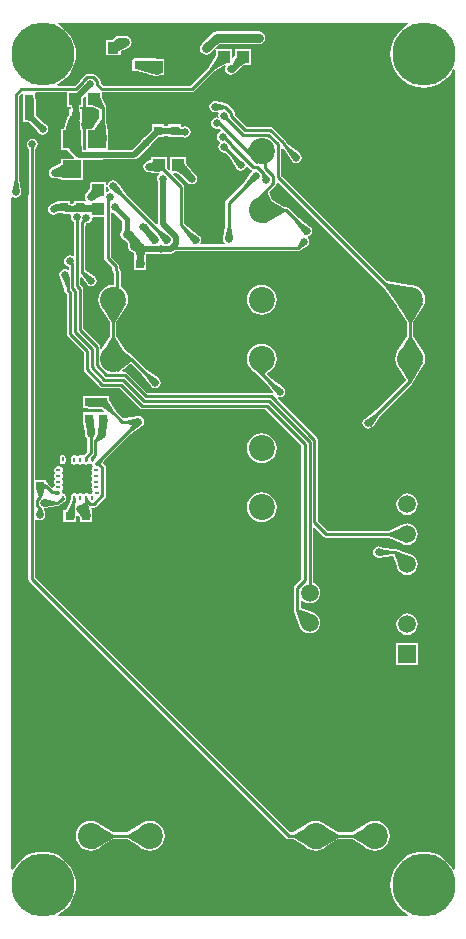
<source format=gbl>
%FSAX24Y24*%
%MOIN*%
G70*
G01*
G75*
G04 Layer_Physical_Order=2*
G04 Layer_Color=16711680*
%ADD10C,0.0100*%
%ADD11R,0.0300X0.0300*%
%ADD12P,0.0424X4X360.0*%
%ADD13P,0.0424X4X90.0*%
%ADD14R,0.0300X0.0300*%
%ADD15R,0.0118X0.0157*%
%ADD16R,0.0394X0.0413*%
%ADD17R,0.0984X0.1496*%
%ADD18R,0.0197X0.0787*%
%ADD19O,0.0709X0.0118*%
%ADD20O,0.0118X0.0709*%
%ADD21R,0.0394X0.0374*%
%ADD22C,0.0100*%
%ADD23C,0.0300*%
%ADD24C,0.0150*%
%ADD25C,0.0200*%
%ADD26C,0.0866*%
%ADD27C,0.2100*%
%ADD28C,0.0591*%
%ADD29R,0.0591X0.0591*%
%ADD30C,0.0250*%
%ADD31C,0.0260*%
%ADD32R,0.0413X0.0394*%
%ADD33R,0.0630X0.0591*%
%ADD34R,0.0374X0.0394*%
%ADD35R,0.0709X0.0630*%
%ADD36O,0.0079X0.0177*%
%ADD37O,0.0098X0.0197*%
%ADD38O,0.0177X0.0079*%
%ADD39O,0.0197X0.0098*%
G36*
X023341Y039840D02*
X023196Y039751D01*
X023063Y039637D01*
X022949Y039504D01*
X022858Y039355D01*
X022791Y039194D01*
X022750Y039024D01*
X022737Y038850D01*
X022750Y038676D01*
X022791Y038506D01*
X022858Y038345D01*
X022949Y038196D01*
X023063Y038063D01*
X023196Y037949D01*
X023345Y037858D01*
X023506Y037791D01*
X023676Y037750D01*
X023850Y037737D01*
X024024Y037750D01*
X024194Y037791D01*
X024355Y037858D01*
X024504Y037949D01*
X024637Y038063D01*
X024751Y038196D01*
X024840Y038341D01*
X024888Y038327D01*
Y011673D01*
X024840Y011659D01*
X024751Y011804D01*
X024637Y011937D01*
X024504Y012051D01*
X024355Y012142D01*
X024194Y012209D01*
X024024Y012250D01*
X023850Y012263D01*
X023676Y012250D01*
X023506Y012209D01*
X023345Y012142D01*
X023196Y012051D01*
X023063Y011937D01*
X022949Y011804D01*
X022858Y011655D01*
X022791Y011494D01*
X022750Y011324D01*
X022737Y011150D01*
X022750Y010976D01*
X022791Y010806D01*
X022858Y010645D01*
X022949Y010496D01*
X023063Y010363D01*
X023196Y010249D01*
X023341Y010160D01*
X023327Y010112D01*
X011673D01*
X011659Y010160D01*
X011804Y010249D01*
X011937Y010363D01*
X012051Y010496D01*
X012142Y010645D01*
X012209Y010806D01*
X012250Y010976D01*
X012263Y011150D01*
X012250Y011324D01*
X012209Y011494D01*
X012142Y011655D01*
X012051Y011804D01*
X011937Y011937D01*
X011804Y012051D01*
X011655Y012142D01*
X011494Y012209D01*
X011324Y012250D01*
X011150Y012263D01*
X010976Y012250D01*
X010806Y012209D01*
X010645Y012142D01*
X010496Y012051D01*
X010363Y011937D01*
X010249Y011804D01*
X010160Y011659D01*
X010112Y011673D01*
Y034067D01*
X010156Y034090D01*
X010178Y034076D01*
X010250Y034061D01*
X010322Y034076D01*
X010383Y034117D01*
X010424Y034178D01*
X010439Y034250D01*
X010435Y034268D01*
X010435Y034276D01*
X010362Y034685D01*
Y037454D01*
X010444Y037535D01*
X010490Y037516D01*
Y037371D01*
X010486Y037350D01*
Y036800D01*
X010490Y036779D01*
Y036590D01*
X010679D01*
X010856Y036413D01*
X010972Y036297D01*
X010976Y036278D01*
X011017Y036217D01*
X011078Y036176D01*
X011150Y036161D01*
X011222Y036176D01*
X011283Y036217D01*
X011324Y036278D01*
X011339Y036350D01*
X011324Y036422D01*
X011283Y036483D01*
X011222Y036524D01*
X011203Y036528D01*
X010914Y036817D01*
Y037350D01*
X010910Y037371D01*
Y037542D01*
X010910Y037542D01*
D01*
D01*
X010910Y037560D01*
D01*
X010928Y037578D01*
X011968D01*
Y037093D01*
X012084D01*
X012085Y037046D01*
X012049Y037010D01*
X012040D01*
Y036821D01*
X012007Y036788D01*
X012003Y036781D01*
X011997Y036776D01*
X011989Y036762D01*
X011978Y036749D01*
X011976Y036741D01*
X011972Y036735D01*
X011970Y036727D01*
X011966Y036720D01*
X011859Y036369D01*
X011747D01*
Y035659D01*
X011976D01*
X012007Y035612D01*
X012204Y035415D01*
X012185Y035369D01*
X011747D01*
Y035215D01*
X011481Y035075D01*
X011478Y035074D01*
X011471Y035069D01*
X011458Y035063D01*
X011445Y035052D01*
X011417Y035033D01*
X011376Y034972D01*
X011361Y034900D01*
X011376Y034828D01*
X011417Y034767D01*
X011478Y034726D01*
X011511Y034719D01*
X011526Y034714D01*
X011542Y034713D01*
X011550Y034711D01*
X011553Y034712D01*
X011747Y034693D01*
Y034659D01*
X012497D01*
Y035337D01*
X014200D01*
X014262Y035349D01*
X014315Y035385D01*
X014653Y035722D01*
X014672Y035726D01*
X014733Y035767D01*
X014774Y035828D01*
X014778Y035847D01*
X015021Y036090D01*
X015210D01*
Y036137D01*
X015340D01*
Y036090D01*
X015584D01*
X015600Y036087D01*
X015811D01*
X015828Y036076D01*
X015900Y036061D01*
X015972Y036076D01*
X016033Y036117D01*
X016074Y036178D01*
X016089Y036250D01*
X016074Y036322D01*
X016033Y036383D01*
X015972Y036424D01*
X015900Y036439D01*
X015830Y036425D01*
X015760Y036435D01*
Y036510D01*
X015340D01*
Y036463D01*
X015210D01*
Y036510D01*
X014790D01*
Y036321D01*
X014547Y036078D01*
X014528Y036074D01*
X014467Y036033D01*
X014426Y035972D01*
X014422Y035953D01*
X014132Y035663D01*
X013340D01*
Y036000D01*
X013341Y036011D01*
X013340Y036019D01*
Y036369D01*
X013299D01*
X013262Y036678D01*
Y037065D01*
X013262Y037065D01*
X013262Y037065D01*
X013258Y037085D01*
X013255Y037104D01*
X013255Y037105D01*
X013254Y037106D01*
X013254Y037107D01*
X013254Y037108D01*
X013254Y037108D01*
X013254Y037108D01*
X013132Y037400D01*
Y037578D01*
X016125D01*
X016125Y037578D01*
X016168Y037586D01*
X016204Y037611D01*
X016846Y038252D01*
X017217Y038475D01*
X017248Y038442D01*
Y038433D01*
X017241Y038422D01*
X017226Y038350D01*
X017241Y038278D01*
X017282Y038217D01*
X017343Y038176D01*
X017415Y038161D01*
X017487Y038176D01*
X017516Y038195D01*
X017531Y038203D01*
X017540Y038211D01*
X017548Y038217D01*
X017551Y038220D01*
X017863Y038485D01*
X017877Y038493D01*
X018082D01*
Y039007D01*
X017548D01*
Y038819D01*
X017500Y038732D01*
X017452Y038745D01*
Y039007D01*
X016925D01*
Y039007D01*
X016925D01*
X016906Y039053D01*
X017039Y039186D01*
X018350D01*
X018432Y039202D01*
X018501Y039249D01*
X018548Y039318D01*
X018564Y039400D01*
X018548Y039482D01*
X018501Y039551D01*
X018432Y039598D01*
X018350Y039614D01*
X016950D01*
X016868Y039598D01*
X016799Y039551D01*
X016449Y039201D01*
X016402Y039132D01*
X016386Y039050D01*
X016402Y038968D01*
X016449Y038899D01*
X016518Y038852D01*
X016600Y038836D01*
X016682Y038852D01*
X016751Y038899D01*
X016872Y039019D01*
X016918Y039000D01*
Y038820D01*
X016686Y038410D01*
X016079Y037802D01*
X013160D01*
X013082Y037880D01*
Y037947D01*
X013082Y037947D01*
X013074Y037990D01*
X013049Y038027D01*
X013049Y038027D01*
X012912Y038164D01*
X012875Y038189D01*
X012832Y038197D01*
X012832Y038197D01*
X012638D01*
X012638Y038197D01*
X012595Y038189D01*
X012558Y038164D01*
X012558Y038164D01*
X012421Y038027D01*
X012397Y037990D01*
X012391Y037961D01*
X012232Y037802D01*
X011649D01*
X011639Y037851D01*
X011655Y037858D01*
X011804Y037949D01*
X011937Y038063D01*
X012051Y038196D01*
X012142Y038345D01*
X012209Y038506D01*
X012250Y038676D01*
X012263Y038850D01*
X012250Y039024D01*
X012209Y039194D01*
X012142Y039355D01*
X012051Y039504D01*
X011937Y039637D01*
X011804Y039751D01*
X011659Y039840D01*
X011673Y039888D01*
X023327D01*
X023341Y039840D01*
D02*
G37*
G36*
X012598Y037417D02*
Y037093D01*
X012820D01*
X013038Y036993D01*
Y036707D01*
X012802Y036369D01*
X012590D01*
Y035663D01*
X012508D01*
X012497Y036022D01*
Y036369D01*
X012451D01*
X012434Y036562D01*
X012460Y036590D01*
X012460D01*
Y037010D01*
X012413D01*
Y037093D01*
X012502D01*
Y037386D01*
X012552Y037436D01*
X012598Y037417D01*
D02*
G37*
%LPC*%
G36*
X018450Y024247D02*
X018321Y024230D01*
X018201Y024181D01*
X018098Y024102D01*
X018019Y023999D01*
X017970Y023879D01*
X017953Y023750D01*
X017970Y023621D01*
X018019Y023501D01*
X018098Y023398D01*
X018201Y023319D01*
X018321Y023270D01*
X018450Y023253D01*
X018579Y023270D01*
X018699Y023319D01*
X018802Y023398D01*
X018881Y023501D01*
X018930Y023621D01*
X018947Y023750D01*
X018930Y023879D01*
X018881Y023999D01*
X018802Y024102D01*
X018699Y024181D01*
X018579Y024230D01*
X018450Y024247D01*
D02*
G37*
G36*
X023300Y024208D02*
X023207Y024196D01*
X023121Y024160D01*
X023047Y024103D01*
X022990Y024029D01*
X022954Y023943D01*
X022942Y023850D01*
X022954Y023757D01*
X022990Y023671D01*
X023047Y023597D01*
X023121Y023540D01*
X023207Y023504D01*
X023300Y023492D01*
X023393Y023504D01*
X023479Y023540D01*
X023553Y023597D01*
X023610Y023671D01*
X023646Y023757D01*
X023658Y023850D01*
X023646Y023943D01*
X023610Y024029D01*
X023553Y024103D01*
X023479Y024160D01*
X023393Y024196D01*
X023300Y024208D01*
D02*
G37*
G36*
X010800Y036039D02*
X010728Y036024D01*
X010667Y035983D01*
X010626Y035922D01*
X010611Y035850D01*
X010626Y035778D01*
X010667Y035717D01*
X010678Y035709D01*
Y021360D01*
X010678Y021360D01*
X010686Y021317D01*
X010711Y021281D01*
X019271Y012721D01*
X019271Y012721D01*
X019307Y012696D01*
X019307Y012696D01*
X019307Y012696D01*
D01*
X019307Y012696D01*
X019307Y012696D01*
X019350Y012688D01*
X019350Y012688D01*
X019487D01*
X019904Y012444D01*
X020001Y012369D01*
X020121Y012320D01*
X020250Y012303D01*
X020379Y012320D01*
X020499Y012369D01*
X020596Y012444D01*
X021013Y012688D01*
X021455D01*
X021872Y012444D01*
X021970Y012369D01*
X022090Y012320D01*
X022218Y012303D01*
X022347Y012320D01*
X022467Y012369D01*
X022570Y012448D01*
X022649Y012551D01*
X022699Y012671D01*
X022716Y012800D01*
X022699Y012929D01*
X022649Y013049D01*
X022570Y013152D01*
X022467Y013231D01*
X022347Y013280D01*
X022218Y013297D01*
X022090Y013280D01*
X021970Y013231D01*
X021872Y013156D01*
X021455Y012912D01*
X021013D01*
X020596Y013156D01*
X020499Y013231D01*
X020379Y013280D01*
X020250Y013297D01*
X020121Y013280D01*
X020001Y013231D01*
X019904Y013156D01*
X019487Y012912D01*
X019396D01*
X010902Y021406D01*
Y023323D01*
X010946Y023347D01*
X010978Y023326D01*
X011050Y023311D01*
X011122Y023326D01*
X011183Y023367D01*
X011224Y023428D01*
X011239Y023500D01*
X011232Y023532D01*
X011229Y023551D01*
X011227Y023557D01*
X011224Y023572D01*
X011219Y023580D01*
X011186Y023670D01*
X011211Y023714D01*
X011218Y023715D01*
X011226Y023715D01*
X011635Y023788D01*
X011646D01*
X011646Y023788D01*
X011656Y023790D01*
X011666Y023790D01*
X011677Y023794D01*
X011689Y023796D01*
X011697Y023802D01*
X011707Y023806D01*
X011877Y023917D01*
X011908Y023948D01*
X011926Y023988D01*
X011926Y024032D01*
X011922Y024041D01*
X011928Y024070D01*
X011919Y024113D01*
X011915Y024119D01*
X011909Y024148D01*
X011887Y024181D01*
X011855Y024203D01*
X011818Y024210D01*
X011811Y024247D01*
X011789Y024280D01*
X011789Y024280D01*
X011789D01*
X011770Y024302D01*
Y024302D01*
X011806Y024326D01*
X011830Y024362D01*
X011839Y024405D01*
X011830Y024447D01*
X011806Y024483D01*
Y024523D01*
X011830Y024559D01*
X011839Y024602D01*
X011830Y024644D01*
X011806Y024680D01*
Y024720D01*
X011830Y024756D01*
X011839Y024798D01*
X011830Y024841D01*
X011806Y024877D01*
Y024917D01*
X011830Y024953D01*
X011839Y024995D01*
X011830Y025038D01*
X011806Y025074D01*
X011770Y025098D01*
X011727Y025107D01*
X011629D01*
X011586Y025098D01*
X011550Y025074D01*
X011526Y025038D01*
X011517Y024995D01*
X011526Y024953D01*
X011550Y024917D01*
Y024877D01*
X011526Y024841D01*
X011517Y024798D01*
X011526Y024756D01*
X011550Y024720D01*
Y024680D01*
X011526Y024644D01*
X011517Y024602D01*
X011526Y024559D01*
X011550Y024523D01*
Y024483D01*
X011526Y024447D01*
X011520Y024416D01*
X011472Y024402D01*
X011344Y024529D01*
X011341Y024532D01*
X011338Y024535D01*
X011326Y024542D01*
X011316Y024550D01*
X011260Y024578D01*
Y024660D01*
X010902D01*
Y035696D01*
X010933Y035717D01*
X010974Y035778D01*
X010989Y035850D01*
X010974Y035922D01*
X010933Y035983D01*
X010872Y036024D01*
X010800Y036039D01*
D02*
G37*
G36*
X022350Y022439D02*
X022278Y022424D01*
X022217Y022383D01*
X022176Y022322D01*
X022161Y022250D01*
X022176Y022178D01*
X022217Y022117D01*
X022278Y022076D01*
X022350Y022061D01*
X022368Y022065D01*
X022376Y022065D01*
X022785Y022138D01*
X022821D01*
X022951Y021782D01*
X022954Y021757D01*
X022990Y021671D01*
X023007Y021649D01*
X023010Y021643D01*
X023013Y021641D01*
X023047Y021597D01*
X023121Y021540D01*
X023207Y021504D01*
X023300Y021492D01*
X023393Y021504D01*
X023479Y021540D01*
X023553Y021597D01*
X023610Y021671D01*
X023646Y021757D01*
X023658Y021850D01*
X023646Y021943D01*
X023610Y022029D01*
X023553Y022103D01*
X023509Y022137D01*
X023507Y022140D01*
X023501Y022143D01*
X023479Y022160D01*
X023393Y022196D01*
X023368Y022199D01*
X022938Y022355D01*
X022933Y022356D01*
X022929Y022358D01*
X022922Y022359D01*
X022915Y022361D01*
X022910Y022361D01*
X022905Y022362D01*
X022902Y022362D01*
X022900Y022362D01*
X022900Y022362D01*
X022785D01*
X022376Y022435D01*
X022368Y022435D01*
X022350Y022439D01*
D02*
G37*
G36*
X023655Y019205D02*
X022945D01*
Y018495D01*
X023655D01*
Y019205D01*
D02*
G37*
G36*
X023300Y020208D02*
X023207Y020196D01*
X023121Y020160D01*
X023047Y020103D01*
X022990Y020029D01*
X022954Y019943D01*
X022942Y019850D01*
X022954Y019757D01*
X022990Y019671D01*
X023047Y019597D01*
X023121Y019540D01*
X023207Y019504D01*
X023300Y019492D01*
X023393Y019504D01*
X023479Y019540D01*
X023553Y019597D01*
X023610Y019671D01*
X023646Y019757D01*
X023658Y019850D01*
X023646Y019943D01*
X023610Y020029D01*
X023553Y020103D01*
X023479Y020160D01*
X023393Y020196D01*
X023300Y020208D01*
D02*
G37*
G36*
X014719Y013297D02*
X014590Y013280D01*
X014470Y013231D01*
X014372Y013156D01*
X013955Y012912D01*
X013513D01*
X013096Y013156D01*
X012999Y013231D01*
X012879Y013280D01*
X012750Y013297D01*
X012621Y013280D01*
X012501Y013231D01*
X012398Y013152D01*
X012319Y013049D01*
X012270Y012929D01*
X012253Y012800D01*
X012270Y012671D01*
X012319Y012551D01*
X012398Y012448D01*
X012501Y012369D01*
X012621Y012320D01*
X012750Y012303D01*
X012879Y012320D01*
X012999Y012369D01*
X013096Y012444D01*
X013513Y012688D01*
X013955D01*
X014372Y012444D01*
X014470Y012369D01*
X014590Y012320D01*
X014719Y012303D01*
X014847Y012320D01*
X014967Y012369D01*
X015070Y012448D01*
X015149Y012551D01*
X015199Y012671D01*
X015216Y012800D01*
X015199Y012929D01*
X015149Y013049D01*
X015070Y013152D01*
X014967Y013231D01*
X014847Y013280D01*
X014719Y013297D01*
D02*
G37*
G36*
X011816Y025490D02*
X011777Y025483D01*
X011744Y025461D01*
X011722Y025428D01*
X011714Y025389D01*
Y025291D01*
X011722Y025252D01*
X011744Y025219D01*
X011777Y025197D01*
X011816Y025189D01*
X011855Y025197D01*
X011887Y025219D01*
X011909Y025252D01*
X011917Y025291D01*
Y025389D01*
X011909Y025428D01*
X011887Y025461D01*
X011855Y025483D01*
X011816Y025490D01*
D02*
G37*
G36*
X013900Y039464D02*
X013685D01*
X013603Y039448D01*
X013534Y039401D01*
X013454Y039322D01*
X013253D01*
Y038808D01*
X013747D01*
Y038943D01*
X013990Y039056D01*
X014020Y039078D01*
X014051Y039099D01*
X014053Y039100D01*
X014054Y039102D01*
X014056Y039104D01*
X014057Y039105D01*
X014077Y039137D01*
X014098Y039168D01*
X014098Y039170D01*
X014099Y039172D01*
X014100Y039174D01*
X014101Y039176D01*
X014107Y039213D01*
X014114Y039250D01*
X014114Y039252D01*
X014114Y039254D01*
X014114Y039256D01*
X014114Y039259D01*
X014105Y039295D01*
X014098Y039332D01*
X014097Y039334D01*
X014096Y039336D01*
X014095Y039338D01*
X014094Y039340D01*
X014072Y039370D01*
X014051Y039401D01*
X014050Y039403D01*
X014048Y039404D01*
X014046Y039406D01*
X014045Y039407D01*
X014013Y039427D01*
X013982Y039448D01*
X013980Y039448D01*
X013978Y039449D01*
X013976Y039450D01*
X013974Y039451D01*
X013937Y039457D01*
X013900Y039464D01*
D02*
G37*
G36*
X016900Y037289D02*
X016828Y037274D01*
X016767Y037233D01*
X016726Y037172D01*
X016711Y037100D01*
X016726Y037028D01*
X016767Y036967D01*
X016828Y036926D01*
X016900Y036911D01*
X016922Y036916D01*
X016934Y036916D01*
X017011Y036934D01*
X017040Y036893D01*
X017026Y036872D01*
X017011Y036800D01*
X017018Y036768D01*
X016982Y036732D01*
X016950Y036739D01*
X016878Y036724D01*
X016817Y036683D01*
X016776Y036622D01*
X016761Y036550D01*
X016776Y036478D01*
X016817Y036417D01*
X016878Y036376D01*
X016950Y036361D01*
X017022Y036376D01*
X017038Y036386D01*
X017100Y036324D01*
X017086Y036276D01*
X017078Y036274D01*
X017017Y036233D01*
X016976Y036172D01*
X016961Y036100D01*
X016976Y036028D01*
X017017Y035967D01*
X017078Y035926D01*
X017078Y035926D01*
D01*
X017067Y035883D01*
X017067Y035883D01*
X017067D01*
X017026Y035822D01*
X017011Y035750D01*
X017026Y035678D01*
X017067Y035617D01*
X017128Y035576D01*
X017200Y035561D01*
X017225Y035566D01*
X017352Y035439D01*
X017594Y035047D01*
X017603Y035038D01*
X017617Y035017D01*
X017678Y034976D01*
X017750Y034961D01*
X017822Y034976D01*
X017883Y035017D01*
X017924Y035078D01*
X017929Y035100D01*
X017977Y035115D01*
X018095Y034996D01*
X018095Y034996D01*
X018132Y034972D01*
X018132Y034972D01*
X018117Y034933D01*
X018117Y034933D01*
X018117D01*
X018107Y034919D01*
X018102Y034915D01*
X017827Y034536D01*
X017271Y033979D01*
X017246Y033943D01*
X017238Y033900D01*
X017238Y033900D01*
Y033135D01*
X017165Y032726D01*
X017165Y032718D01*
X017161Y032700D01*
X017176Y032628D01*
X017217Y032567D01*
X017227Y032560D01*
X017212Y032512D01*
X016433D01*
X016410Y032556D01*
X016424Y032578D01*
X016439Y032650D01*
X016424Y032722D01*
X016383Y032783D01*
X016369Y032793D01*
X016365Y032798D01*
X015986Y033073D01*
X015862Y033196D01*
Y034435D01*
X015862Y034435D01*
X015854Y034478D01*
X015829Y034514D01*
X015829Y034514D01*
X015497Y034847D01*
X015516Y034893D01*
X015602D01*
X015670Y034852D01*
X015978Y034572D01*
X015982Y034567D01*
X015990Y034561D01*
X015994Y034558D01*
X016007Y034549D01*
X016043Y034526D01*
X016115Y034511D01*
X016187Y034526D01*
X016248Y034567D01*
X016289Y034628D01*
X016304Y034700D01*
X016289Y034772D01*
X016268Y034803D01*
X016260Y034818D01*
X016254Y034825D01*
X016248Y034833D01*
X016244Y034836D01*
X015973Y035146D01*
X015932Y035220D01*
Y035407D01*
X015398D01*
Y035011D01*
X015352Y034992D01*
X015302Y035042D01*
Y035407D01*
X014768D01*
Y035327D01*
X014638Y035276D01*
X014628Y035274D01*
X014587Y035247D01*
X014587Y035247D01*
X014587Y035247D01*
X014567Y035233D01*
X014526Y035172D01*
X014511Y035100D01*
X014526Y035028D01*
X014567Y034967D01*
X014628Y034926D01*
X014661Y034919D01*
X014679Y034914D01*
X014688Y034914D01*
X014700Y034911D01*
X014706Y034913D01*
X014768Y034908D01*
Y034893D01*
X014985D01*
X015007Y034892D01*
X015016Y034893D01*
X015020Y034892D01*
X015029Y034856D01*
X015029Y034842D01*
X015017Y034833D01*
X014976Y034772D01*
X014961Y034700D01*
X014976Y034628D01*
X014987Y034611D01*
Y033975D01*
Y033203D01*
X014990Y033186D01*
X014946Y033162D01*
X013923Y034186D01*
X013648Y034565D01*
X013643Y034569D01*
X013633Y034583D01*
X013572Y034624D01*
X013500Y034639D01*
X013428Y034624D01*
X013367Y034583D01*
X013326Y034522D01*
X013311Y034450D01*
X013326Y034378D01*
X013362Y034323D01*
X013347Y034287D01*
X013340Y034277D01*
X013328Y034274D01*
X013301Y034256D01*
X013257Y034280D01*
Y034582D01*
X012743D01*
Y034396D01*
X012618Y034234D01*
X012617Y034233D01*
X012613Y034227D01*
X012597Y034207D01*
X012591Y034195D01*
X012576Y034172D01*
X012561Y034100D01*
X012576Y034028D01*
X012592Y034004D01*
X012568Y033960D01*
X012190D01*
Y033872D01*
X012131Y033860D01*
X012125Y033857D01*
X012060Y033871D01*
Y033960D01*
X011640D01*
Y033913D01*
X011580D01*
X011517Y033901D01*
X011465Y033865D01*
X011462Y033863D01*
X011443Y033859D01*
X011382Y033818D01*
X011341Y033757D01*
X011326Y033685D01*
X011341Y033613D01*
X011382Y033552D01*
X011443Y033511D01*
X011515Y033496D01*
X011587Y033511D01*
X011634Y033542D01*
X011637Y033543D01*
X011640Y033540D01*
Y033540D01*
X011844D01*
X011853Y033534D01*
X011915Y033522D01*
X012076D01*
X012108Y033483D01*
X012094Y033415D01*
X012108Y033343D01*
X012149Y033282D01*
X012188Y033256D01*
Y032133D01*
X012144Y032110D01*
X012122Y032124D01*
X012050Y032139D01*
X011978Y032124D01*
X011917Y032083D01*
X011876Y032022D01*
X011861Y031950D01*
X011876Y031878D01*
X011917Y031817D01*
X011978Y031776D01*
X012028Y031766D01*
Y031690D01*
X011984Y031667D01*
X011972Y031674D01*
X011900Y031689D01*
X011828Y031674D01*
X011767Y031633D01*
X011726Y031572D01*
X011711Y031500D01*
X011719Y031460D01*
X011722Y031444D01*
X011724Y031438D01*
X011726Y031428D01*
X011729Y031423D01*
X011868Y031026D01*
Y030988D01*
X011868Y030988D01*
X011876Y030945D01*
X011901Y030909D01*
X011962Y030847D01*
Y029523D01*
X011962Y029523D01*
X011971Y029480D01*
X011995Y029444D01*
X012525Y028914D01*
Y028343D01*
X012525Y028343D01*
X012533Y028300D01*
X012558Y028263D01*
X013063Y027758D01*
X013063Y027758D01*
X013100Y027733D01*
X013143Y027725D01*
X013714D01*
X014388Y027051D01*
X014388Y027051D01*
X014425Y027026D01*
X014425Y027026D01*
X014425Y027026D01*
D01*
X014425Y027026D01*
X014425Y027026D01*
X014467Y027018D01*
X014467Y027018D01*
X018571D01*
X019778Y025811D01*
Y021360D01*
X019565Y021147D01*
X019541Y021111D01*
X019533Y021068D01*
X019533Y021068D01*
Y020305D01*
X019533Y020305D01*
X019533Y020303D01*
X019533Y020301D01*
X019534Y020295D01*
X019534Y020290D01*
X019536Y020284D01*
X019536Y020277D01*
X019539Y020272D01*
X019540Y020266D01*
X019701Y019830D01*
X019704Y019807D01*
X019740Y019721D01*
X019757Y019698D01*
X019761Y019691D01*
X019763Y019690D01*
X019797Y019647D01*
X019871Y019590D01*
X019957Y019554D01*
X020050Y019542D01*
X020143Y019554D01*
X020229Y019590D01*
X020303Y019647D01*
X020360Y019721D01*
X020396Y019807D01*
X020408Y019900D01*
X020396Y019993D01*
X020360Y020079D01*
X020303Y020153D01*
X020260Y020187D01*
X020259Y020189D01*
X020252Y020193D01*
X020229Y020210D01*
X020143Y020246D01*
X020120Y020249D01*
X019757Y020383D01*
Y020621D01*
X019802Y020643D01*
X019871Y020590D01*
X019957Y020554D01*
X020050Y020542D01*
X020143Y020554D01*
X020229Y020590D01*
X020303Y020647D01*
X020360Y020721D01*
X020396Y020807D01*
X020408Y020900D01*
X020396Y020993D01*
X020360Y021079D01*
X020303Y021153D01*
X020229Y021210D01*
X020162Y021238D01*
Y023064D01*
X020208Y023083D01*
X020521Y022771D01*
X020521Y022771D01*
X020557Y022746D01*
X020600Y022738D01*
X022681D01*
X023107Y022550D01*
X023121Y022540D01*
X023207Y022504D01*
X023238Y022500D01*
X023247Y022498D01*
X023250Y022498D01*
X023300Y022492D01*
X023393Y022504D01*
X023479Y022540D01*
X023553Y022597D01*
X023610Y022671D01*
X023646Y022757D01*
X023658Y022850D01*
X023646Y022943D01*
X023610Y023029D01*
X023553Y023103D01*
X023479Y023160D01*
X023393Y023196D01*
X023300Y023208D01*
X023250Y023202D01*
X023247Y023202D01*
X023238Y023200D01*
X023207Y023196D01*
X023121Y023160D01*
X023107Y023150D01*
X022681Y022962D01*
X020646D01*
X020322Y023286D01*
Y025990D01*
X020322Y025990D01*
X020314Y026033D01*
X020289Y026069D01*
X020289Y026069D01*
X018983Y027376D01*
X019006Y027420D01*
X019050Y027411D01*
X019122Y027426D01*
X019183Y027467D01*
X019224Y027528D01*
X019239Y027600D01*
X019224Y027672D01*
X019183Y027733D01*
X019169Y027743D01*
X019165Y027748D01*
X018786Y028023D01*
X018634Y028175D01*
X018634Y028225D01*
X018664Y028255D01*
X018699Y028269D01*
X018802Y028348D01*
X018881Y028451D01*
X018901Y028501D01*
X018907Y028510D01*
X018910Y028521D01*
X018930Y028571D01*
X018947Y028700D01*
X018930Y028829D01*
X018881Y028949D01*
X018802Y029052D01*
X018699Y029131D01*
X018579Y029180D01*
X018450Y029197D01*
X018321Y029180D01*
X018201Y029131D01*
X018098Y029052D01*
X018019Y028949D01*
X017970Y028829D01*
X017953Y028700D01*
X017970Y028571D01*
X017990Y028521D01*
X017993Y028510D01*
X017999Y028501D01*
X018019Y028451D01*
X018098Y028348D01*
X018201Y028269D01*
X018236Y028255D01*
X018371Y028121D01*
X018371Y028121D01*
X018627Y027864D01*
X018822Y027596D01*
X018793Y027554D01*
X018750Y027562D01*
X018750Y027562D01*
X014646D01*
X013972Y028236D01*
X013936Y028261D01*
X013893Y028269D01*
X013893Y028269D01*
X013826D01*
X013810Y028316D01*
X013852Y028348D01*
X013892Y028401D01*
X014090Y028551D01*
X014477Y028164D01*
X014752Y027785D01*
X014757Y027781D01*
X014767Y027767D01*
X014828Y027726D01*
X014900Y027711D01*
X014972Y027726D01*
X015033Y027767D01*
X015074Y027828D01*
X015089Y027900D01*
X015074Y027972D01*
X015033Y028033D01*
X015019Y028043D01*
X015015Y028048D01*
X014636Y028323D01*
X014179Y028779D01*
X014175Y028782D01*
X014172Y028786D01*
X014172Y028786D01*
X014172Y028786D01*
X014170Y028787D01*
X014168Y028789D01*
X014168Y028790D01*
D01*
D01*
X013892Y028999D01*
X013856Y029046D01*
X013612Y029463D01*
Y029905D01*
X013856Y030322D01*
X013931Y030420D01*
X013980Y030540D01*
X013997Y030668D01*
X013980Y030797D01*
X013931Y030917D01*
X013852Y031020D01*
X013749Y031099D01*
X013747Y031100D01*
Y031609D01*
X013747Y031609D01*
X013739Y031652D01*
X013714Y031689D01*
X013714Y031689D01*
X013702Y031701D01*
Y031778D01*
X013702Y031778D01*
X013694Y031821D01*
X013669Y031857D01*
X013669Y031857D01*
X013427Y032099D01*
Y033557D01*
X013471Y033580D01*
X013478Y033576D01*
X013542Y033563D01*
X013812Y033293D01*
Y033011D01*
X013799Y033001D01*
X013752Y032932D01*
X013736Y032850D01*
X013752Y032768D01*
X013799Y032699D01*
X013868Y032652D01*
X013898Y032646D01*
X013996Y032548D01*
Y032450D01*
X013999Y032436D01*
X013998Y032421D01*
X014007Y032395D01*
X014012Y032368D01*
X014020Y032356D01*
X014025Y032342D01*
X014043Y032321D01*
X014059Y032299D01*
X014071Y032290D01*
X014080Y032280D01*
X014105Y032267D01*
X014128Y032252D01*
X014142Y032249D01*
X014156Y032243D01*
X014190Y032234D01*
Y032190D01*
X014198D01*
X014203Y032074D01*
X014190Y032060D01*
X014190D01*
Y031640D01*
X014610D01*
Y032060D01*
X014610D01*
X014597Y032074D01*
X014602Y032190D01*
X014610D01*
Y032202D01*
X015011D01*
X015028Y032191D01*
X015100Y032176D01*
X015172Y032191D01*
X015189Y032202D01*
X015418D01*
X015480Y032214D01*
X015533Y032250D01*
X015568Y032285D01*
X015572Y032288D01*
X019650D01*
X019650Y032288D01*
X019657Y032289D01*
X019664Y032289D01*
X019672Y032291D01*
X019679Y032292D01*
X019686Y032295D01*
X019693Y032296D01*
X019699Y032300D01*
X019706Y032303D01*
X019920Y032425D01*
X019922Y032426D01*
X019930Y032431D01*
X019951Y032443D01*
X019962Y032452D01*
X019983Y032467D01*
X020024Y032528D01*
X020039Y032600D01*
X020024Y032672D01*
X019988Y032727D01*
X020003Y032763D01*
X020010Y032773D01*
X020022Y032776D01*
X020083Y032817D01*
X020124Y032878D01*
X020139Y032950D01*
X020124Y033022D01*
X020083Y033083D01*
X020069Y033093D01*
X020065Y033098D01*
X019686Y033373D01*
X019329Y033729D01*
X019293Y033754D01*
X019250Y033762D01*
X019250Y033762D01*
X019213D01*
X018809Y033998D01*
X018686Y034245D01*
X018914Y034473D01*
X018914Y034473D01*
X018939Y034510D01*
X018947Y034553D01*
X018947Y034553D01*
Y034579D01*
X018993Y034598D01*
X022488Y031103D01*
X022957Y030449D01*
X022969Y030420D01*
X023044Y030322D01*
X023288Y029905D01*
Y029463D01*
X023044Y029046D01*
X022969Y028949D01*
X022920Y028829D01*
X022903Y028700D01*
X022920Y028571D01*
X022969Y028451D01*
X023044Y028354D01*
X023266Y027974D01*
X022264Y026973D01*
X021885Y026698D01*
X021881Y026693D01*
X021867Y026683D01*
X021826Y026622D01*
X021811Y026550D01*
X021826Y026478D01*
X021867Y026417D01*
X021928Y026376D01*
X022000Y026361D01*
X022072Y026376D01*
X022133Y026417D01*
X022143Y026431D01*
X022148Y026435D01*
X022423Y026814D01*
X023479Y027871D01*
X023504Y027907D01*
X023508Y027930D01*
X023756Y028354D01*
X023831Y028451D01*
X023880Y028571D01*
X023897Y028700D01*
X023880Y028829D01*
X023831Y028949D01*
X023756Y029046D01*
X023512Y029463D01*
Y029905D01*
X023756Y030322D01*
X023831Y030420D01*
X023880Y030540D01*
X023897Y030668D01*
X023880Y030797D01*
X023831Y030917D01*
X023752Y031020D01*
X023649Y031099D01*
X023591Y031123D01*
X023590Y031124D01*
X023579Y031128D01*
X023529Y031149D01*
X023400Y031166D01*
X023386Y031164D01*
X022627Y031281D01*
X019107Y034801D01*
Y035695D01*
X019153Y035714D01*
X019192Y035676D01*
X019448Y035291D01*
X019455Y035284D01*
X019467Y035267D01*
X019528Y035226D01*
X019600Y035211D01*
X019672Y035226D01*
X019733Y035267D01*
X019774Y035328D01*
X019789Y035400D01*
X019774Y035472D01*
X019733Y035533D01*
X019722Y035541D01*
X019720Y035543D01*
X019354Y035831D01*
X019263Y035922D01*
X019257Y035953D01*
X019232Y035989D01*
X019232Y035989D01*
X018821Y036401D01*
X018784Y036425D01*
X018741Y036434D01*
X018741Y036434D01*
X017951D01*
X017547Y036838D01*
Y036897D01*
X017547Y036897D01*
X017539Y036940D01*
X017514Y036977D01*
X017514Y036977D01*
X017312Y037179D01*
X017304Y037185D01*
X017297Y037191D01*
X017294Y037193D01*
X017292Y037195D01*
X017283Y037198D01*
X017275Y037204D01*
X017266Y037205D01*
X017257Y037209D01*
X016934Y037284D01*
X016922Y037284D01*
X016900Y037289D01*
D02*
G37*
G36*
X014885Y038714D02*
X014350D01*
X014337Y038712D01*
X014324Y038713D01*
X014317Y038710D01*
X014140D01*
Y038530D01*
X014137Y038520D01*
X014138Y038510D01*
X014136Y038500D01*
X014138Y038487D01*
X014137Y038474D01*
X014140Y038466D01*
Y038290D01*
X014306D01*
X014693Y038182D01*
Y038168D01*
X014741D01*
X014760Y038163D01*
X014892Y038126D01*
X014919Y038124D01*
X014945Y038118D01*
X014948Y038119D01*
X014950Y038118D01*
X014963Y038121D01*
X014976Y038120D01*
X015001Y038128D01*
X015027Y038133D01*
X015029Y038134D01*
X015032Y038134D01*
X015043Y038142D01*
X015055Y038146D01*
X015075Y038163D01*
X015084Y038168D01*
X015207D01*
Y038702D01*
X014947D01*
X014928Y038705D01*
X014908Y038710D01*
X014890Y038714D01*
X014888Y038714D01*
X014885Y038714D01*
D02*
G37*
G36*
X018450Y026216D02*
X018321Y026199D01*
X018201Y026149D01*
X018098Y026070D01*
X018019Y025967D01*
X017970Y025847D01*
X017953Y025719D01*
X017970Y025590D01*
X018019Y025470D01*
X018098Y025367D01*
X018201Y025288D01*
X018321Y025238D01*
X018450Y025221D01*
X018579Y025238D01*
X018699Y025288D01*
X018802Y025367D01*
X018881Y025470D01*
X018930Y025590D01*
X018947Y025719D01*
X018930Y025847D01*
X018881Y025967D01*
X018802Y026070D01*
X018699Y026149D01*
X018579Y026199D01*
X018450Y026216D01*
D02*
G37*
G36*
X013150Y027464D02*
X012700D01*
X012679Y027460D01*
X012490D01*
Y027271D01*
X012486Y027250D01*
X012490Y027229D01*
Y027040D01*
X012679D01*
X012700Y027036D01*
X013089D01*
X013206Y026958D01*
X013191Y026910D01*
X012940D01*
D01*
D01*
X012940Y026910D01*
X012910D01*
Y026910D01*
X012490D01*
Y026490D01*
X012521D01*
X012566Y026168D01*
X012570Y026155D01*
X012576Y026128D01*
X012617Y026067D01*
X012638Y026052D01*
Y025601D01*
X012524Y025487D01*
X012520Y025481D01*
X012514Y025478D01*
X012469Y025468D01*
X012449Y025482D01*
X012406Y025490D01*
X012364Y025482D01*
X012328Y025458D01*
X012288D01*
X012252Y025482D01*
X012209Y025490D01*
X012167Y025482D01*
X012131Y025458D01*
X012107Y025422D01*
X012098Y025379D01*
Y025281D01*
X012107Y025238D01*
X012131Y025202D01*
X012167Y025178D01*
X012209Y025169D01*
X012252Y025178D01*
X012288Y025202D01*
X012328D01*
X012364Y025178D01*
X012406Y025169D01*
X012449Y025178D01*
X012485Y025202D01*
X012524D01*
X012561Y025178D01*
X012603Y025169D01*
X012646Y025178D01*
X012682Y025202D01*
X012684Y025206D01*
X012733Y025216D01*
X012761Y025197D01*
X012798Y025190D01*
X012805Y025153D01*
X012823Y025126D01*
X012814Y025077D01*
X012810Y025074D01*
X012786Y025038D01*
X012777Y024995D01*
X012786Y024953D01*
X012810Y024917D01*
Y024877D01*
X012786Y024841D01*
X012777Y024798D01*
X012786Y024756D01*
X012810Y024720D01*
Y024680D01*
X012786Y024644D01*
X012777Y024602D01*
X012786Y024559D01*
X012810Y024523D01*
Y024483D01*
X012786Y024447D01*
X012777Y024405D01*
X012786Y024362D01*
X012810Y024326D01*
X012846Y024302D01*
X012846Y024302D01*
X012827Y024280D01*
X012827Y024280D01*
X012827D01*
X012805Y024247D01*
X012798Y024210D01*
X012761Y024203D01*
X012728Y024181D01*
X012728D01*
X012728Y024181D01*
Y024181D01*
X012690Y024186D01*
X012682Y024198D01*
X012646Y024222D01*
X012603Y024231D01*
X012561Y024222D01*
X012524Y024198D01*
X012485D01*
X012449Y024222D01*
X012406Y024231D01*
X012364Y024222D01*
X012328Y024198D01*
X012288D01*
X012252Y024222D01*
X012209Y024231D01*
X012167Y024222D01*
X012131Y024198D01*
X012107Y024162D01*
X012098Y024119D01*
Y024074D01*
X012097Y024070D01*
Y024039D01*
X012061Y023933D01*
X011920Y023660D01*
X011840D01*
Y023240D01*
X012260D01*
Y023427D01*
X012261Y023431D01*
X012262Y023464D01*
X012307Y023487D01*
X012329Y023472D01*
X012390Y023382D01*
Y023240D01*
X012810D01*
Y023660D01*
X012789D01*
X012767Y023705D01*
X012793Y023738D01*
X012854D01*
X012854Y023738D01*
X012897Y023746D01*
X012934Y023771D01*
X013226Y024063D01*
X013226Y024063D01*
X013250Y024099D01*
X013250Y024099D01*
X013250Y024099D01*
X013258Y024142D01*
X013258Y024142D01*
Y025061D01*
X013258Y025061D01*
X013250Y025104D01*
X013226Y025141D01*
X013226Y025141D01*
X013154Y025212D01*
X013279Y025374D01*
X014082Y026177D01*
X014460Y026452D01*
X014465Y026457D01*
X014479Y026467D01*
X014520Y026528D01*
X014534Y026600D01*
X014520Y026672D01*
X014479Y026733D01*
X014418Y026774D01*
X014346Y026789D01*
X014327Y026785D01*
X014319Y026785D01*
X013911Y026712D01*
X013846D01*
X013599Y026959D01*
X013360Y027317D01*
Y027460D01*
X013171D01*
X013150Y027464D01*
D02*
G37*
G36*
X018450Y031166D02*
X018321Y031149D01*
X018201Y031099D01*
X018098Y031020D01*
X018019Y030917D01*
X017970Y030797D01*
X017953Y030668D01*
X017970Y030540D01*
X018019Y030420D01*
X018098Y030317D01*
X018201Y030238D01*
X018321Y030188D01*
X018450Y030171D01*
X018579Y030188D01*
X018699Y030238D01*
X018802Y030317D01*
X018881Y030420D01*
X018930Y030540D01*
X018947Y030668D01*
X018930Y030797D01*
X018881Y030917D01*
X018802Y031020D01*
X018699Y031099D01*
X018579Y031149D01*
X018450Y031166D01*
D02*
G37*
%LPD*%
G36*
X013203Y032053D02*
X013203Y032053D01*
X013211Y032010D01*
X013236Y031973D01*
X013478Y031731D01*
Y031654D01*
X013478Y031654D01*
X013486Y031612D01*
X013511Y031575D01*
X013523Y031563D01*
Y031186D01*
X013500Y031166D01*
X013371Y031149D01*
X013251Y031099D01*
X013148Y031020D01*
X013069Y030917D01*
X013020Y030797D01*
X013003Y030668D01*
X013020Y030540D01*
X013069Y030420D01*
X013144Y030322D01*
X013388Y029905D01*
Y029463D01*
X013144Y029046D01*
X013116Y029010D01*
X013069Y029026D01*
Y029093D01*
X013061Y029136D01*
X013036Y029172D01*
X013036Y029172D01*
X012507Y029702D01*
Y031026D01*
X012507Y031026D01*
X012498Y031069D01*
X012474Y031105D01*
X012474Y031105D01*
X012412Y031167D01*
Y031394D01*
X012460Y031409D01*
X012615Y031187D01*
X012621Y031182D01*
X012631Y031167D01*
X012692Y031126D01*
X012764Y031111D01*
X012836Y031126D01*
X012898Y031167D01*
X012939Y031228D01*
X012953Y031300D01*
X012939Y031372D01*
X012898Y031433D01*
X012882Y031444D01*
X012877Y031449D01*
X012572Y031663D01*
Y033021D01*
X012610Y033211D01*
X012682Y033226D01*
X012743Y033267D01*
X012784Y033328D01*
X012799Y033400D01*
X012814Y033418D01*
X013203D01*
Y032053D01*
D02*
G37*
D11*
X012700Y027250D02*
D03*
Y026700D02*
D03*
X013150Y027250D02*
D03*
Y026700D02*
D03*
X011850Y034300D02*
D03*
Y033750D02*
D03*
X012400Y034300D02*
D03*
Y033750D02*
D03*
X015550Y035750D02*
D03*
Y036300D02*
D03*
X015000Y035750D02*
D03*
Y036300D02*
D03*
X014350Y039050D02*
D03*
Y038500D02*
D03*
X011050Y025000D02*
D03*
Y024450D02*
D03*
D14*
X011250Y036800D02*
D03*
X010700D02*
D03*
X013850Y031850D02*
D03*
X014400D02*
D03*
X013850Y032400D02*
D03*
X014400D02*
D03*
X012250Y036800D02*
D03*
X012800D02*
D03*
X011250Y037350D02*
D03*
X010700D02*
D03*
X011500Y023450D02*
D03*
X012050D02*
D03*
X012600D02*
D03*
X013150D02*
D03*
D16*
X014950Y039065D02*
D03*
Y038435D02*
D03*
X013000Y034315D02*
D03*
Y033685D02*
D03*
D22*
X012013Y024995D02*
X012308Y024700D01*
X012013Y024995D02*
X012359Y024762D01*
X012013Y024995D02*
X012246Y024649D01*
X012013Y024405D02*
X012308Y024700D01*
X012013Y024405D02*
X012246Y024751D01*
X012013Y024405D02*
X012359Y024638D01*
X011050Y023718D02*
X011124Y023513D01*
X010976D02*
X011050Y023718D01*
X012400Y023700D02*
X012501Y023462D01*
X012336Y023661D02*
X012501Y023462D01*
X012473Y023719D02*
X012501Y023462D01*
X012400Y023700D02*
X012603Y023900D01*
X012459Y023654D02*
X012603Y023900D01*
X012355Y023760D02*
X012603Y023900D01*
X012400Y023700D02*
X012600Y023450D01*
X012347Y023647D02*
X012600Y023450D01*
X012464Y023740D02*
X012600Y023450D01*
X012400Y023700D02*
X012657Y023532D01*
X012367Y023633D02*
X012657Y023532D01*
X012448Y023757D02*
X012657Y023532D01*
X012400Y023700D02*
X012518Y023393D01*
X012334Y023665D02*
X012518Y023393D01*
X012473Y023719D02*
X012518Y023393D01*
X012400Y023700D02*
X012600Y023450D01*
X012347Y023647D02*
X012600Y023450D01*
X012464Y023740D02*
X012600Y023450D01*
X011207Y023825D02*
X011625Y023900D01*
X011207Y023975D02*
X011625Y023900D01*
X018485Y034897D02*
X018600Y034650D01*
X018485Y034897D02*
X018663Y034691D01*
X018485Y034897D02*
X018528Y034628D01*
X014544Y032976D02*
X014900Y032650D01*
X014544Y032976D02*
X014946Y032709D01*
X014544Y032976D02*
X014845Y032599D01*
X014646Y033027D02*
X014900Y032650D01*
X014646Y033027D02*
X014958Y032697D01*
X014646Y033027D02*
X014835Y032613D01*
X014593Y033007D02*
X014900Y032650D01*
X014593Y033007D02*
X014953Y032703D01*
X014593Y033007D02*
X014839Y032606D01*
X010250Y034675D02*
X010325Y034257D01*
X010175D02*
X010250Y034675D01*
X012460Y031604D02*
X012764Y031300D01*
X012460Y031604D02*
X012812Y031357D01*
X012460Y031604D02*
X012707Y031252D01*
X012750Y034100D02*
X012878Y034387D01*
X012822Y034078D02*
X012878Y034387D01*
X012686Y034139D02*
X012878Y034387D01*
X012750Y034100D02*
X013000Y034305D01*
X012804Y034048D02*
X013000Y034305D01*
X012709Y034163D02*
X013000Y034305D01*
X012750Y034100D02*
X013077Y034180D01*
X012776Y034030D02*
X013077Y034180D01*
X012740Y034174D02*
X013077Y034180D01*
X012750Y034100D02*
X013000Y034315D01*
X012805Y034049D02*
X013000Y034315D01*
X012708Y034162D02*
X013000Y034315D01*
X015783Y035039D02*
X016115Y034700D01*
X015783Y035039D02*
X016164Y034757D01*
X015783Y035039D02*
X016057Y034652D01*
X015881Y035081D02*
X016115Y034700D01*
X015881Y035081D02*
X016175Y034744D01*
X015881Y035081D02*
X016048Y034666D01*
X015778Y035037D02*
X016115Y034700D01*
X015778Y035037D02*
X016164Y034757D01*
X015778Y035037D02*
X016058Y034651D01*
X015738Y034943D02*
X016115Y034700D01*
X015738Y034943D02*
X016150Y034766D01*
X015738Y034943D02*
X016069Y034641D01*
X014963Y032987D02*
X015300Y032650D01*
X014963Y032987D02*
X015349Y032707D01*
X014963Y032987D02*
X015243Y032601D01*
X014563Y028237D02*
X014900Y027900D01*
X014563Y028237D02*
X014949Y027957D01*
X014563Y028237D02*
X014843Y027851D01*
X014009Y026263D02*
X014289Y026649D01*
X014009Y026263D02*
X014394Y026543D01*
X013921Y026600D02*
X014339Y026675D01*
X013921Y026600D02*
X014339Y026525D01*
X013117Y026167D02*
X013150Y026599D01*
X013192Y026168D01*
X013043Y026179D02*
X013150Y026599D01*
X013070Y026605D02*
X013117Y026167D01*
X013070Y026605D02*
X013191Y026181D01*
X013042Y026165D02*
X013070Y026605D01*
X013117Y026167D02*
X013226Y026584D01*
X013191Y026154D02*
X013226Y026584D01*
X013046Y026192D02*
X013226Y026584D01*
X013117Y026167D02*
X013150Y026595D01*
X013192Y026168D01*
X013043Y026179D02*
X013150Y026595D01*
X012910Y025960D02*
X013117Y026167D01*
X012910Y025960D02*
X013058Y026213D01*
X012910Y025960D02*
X013163Y026108D01*
X014451Y033043D02*
X014837Y032763D01*
X014557Y033149D02*
X014837Y032763D01*
X013502Y032092D02*
X013850Y031850D01*
X013608Y032198D02*
X013850Y031850D01*
X013517Y032083D02*
X013912Y031929D01*
X013595Y032210D02*
X013912Y031929D01*
X013502Y032092D02*
X013850Y031850D01*
X013608Y032198D02*
X013850Y031850D01*
X011900Y031500D02*
X011980Y031045D01*
X011827Y031481D02*
X011980Y031045D01*
X011975Y031507D02*
X011980Y031045D01*
X012750Y026200D02*
X012788Y026638D01*
X012825Y026200D01*
X012676Y026213D02*
X012788Y026638D01*
X012617Y026617D02*
X012750Y026200D01*
X012617Y026617D02*
X012819Y026229D01*
X012617Y026617D02*
X012677Y026183D01*
X012700Y026634D02*
X012750Y026200D01*
X012700Y026634D02*
X012823Y026215D01*
X012675Y026198D02*
X012700Y026634D01*
X011550Y034900D02*
X011999Y035129D01*
X011589Y034836D02*
X011999Y035129D01*
X011521Y034969D02*
X011999Y035129D01*
X011550Y034900D02*
X011939Y035189D01*
X011599Y034843D02*
X011939Y035189D01*
X011510Y034964D02*
X011939Y035189D01*
X011550Y034900D02*
X012053Y035014D01*
X011572Y034828D02*
X012053Y035014D01*
X011539Y034974D02*
X012053Y035014D01*
X011550Y034900D02*
X012062Y034876D01*
X011552Y034825D02*
X012062Y034876D01*
X011559Y034974D02*
X012062Y034876D01*
X011550Y034900D02*
X012034Y034778D01*
X011537Y034826D02*
X012034Y034778D01*
X011574Y034971D02*
X012034Y034778D01*
X011550Y034900D02*
X012053Y035014D01*
X011572Y034828D02*
X012053Y035014D01*
X011539Y034974D02*
X012053Y035014D01*
X017350Y033125D02*
X017425Y032707D01*
X017275D02*
X017350Y033125D01*
X017913Y034463D02*
X018250Y034800D01*
X017913Y034463D02*
X018193Y034849D01*
X017913Y034463D02*
X018299Y034743D01*
X019279Y035747D02*
X019600Y035400D01*
X019279Y035747D02*
X019651Y035455D01*
X019279Y035747D02*
X019541Y035354D01*
X016900Y037100D02*
X017232D01*
X016908Y037025D02*
X017232Y037100D01*
X016908Y037175D02*
X017232Y037100D01*
X022057Y026501D02*
X022337Y026887D01*
X021951Y026607D02*
X022337Y026887D01*
X013451Y034393D02*
X013837Y034113D01*
X013557Y034499D02*
X013837Y034113D01*
X018713Y027937D02*
X019050Y027600D01*
X018713Y027937D02*
X019099Y027657D01*
X018713Y027937D02*
X018993Y027551D01*
X017458Y038289D02*
X017798Y038577D01*
X017382Y038418D02*
X017798Y038577D01*
X017441Y035509D02*
X017750Y035150D01*
X017441Y035509D02*
X017803Y035203D01*
X017441Y035509D02*
X017689Y035106D01*
X019613Y033287D02*
X019950Y032950D01*
X019613Y033287D02*
X019999Y033007D01*
X019613Y033287D02*
X019893Y032901D01*
X019650Y032400D02*
X019850Y032600D01*
X019650Y032400D02*
X019790Y032646D01*
X019650Y032400D02*
X019896Y032540D01*
X012595Y036775D02*
X012800Y036800D01*
X012631Y036918D02*
X012800Y036800D01*
X012561Y036786D02*
X012753Y036712D01*
X012660Y036896D02*
X012753Y036712D01*
X012600Y036850D02*
X012750D01*
X012619Y036777D02*
X012750Y036850D01*
X012619Y036923D02*
X012750Y036850D01*
X012600D02*
X012800Y036800D01*
X012595Y036775D02*
X012800Y036800D01*
X012631Y036918D02*
X012800Y036800D01*
X012631Y036782D02*
X012800Y036900D01*
X012595Y036925D02*
X012800Y036900D01*
X012619Y036777D02*
X012750Y036850D01*
X012619Y036923D02*
X012750Y036850D01*
X014720Y035028D02*
X015025Y035150D01*
X014697Y035175D02*
X015025Y035150D01*
X014749Y035043D02*
X014971Y035287D01*
X014665Y035166D02*
X014971Y035287D01*
X014686Y035026D02*
X015015Y035004D01*
X014730Y035169D02*
X015015Y035004D01*
X014710Y035026D02*
X014985Y035100D01*
X014710Y035174D02*
X014985Y035100D01*
X015913Y032987D02*
X016299Y032707D01*
X015913Y032987D02*
X016193Y032601D01*
X022357Y022175D02*
X022775Y022250D01*
X022357Y022325D02*
X022775Y022250D01*
X012600Y023450D02*
X012603Y023900D01*
X012699Y023460D01*
X012501Y023462D02*
X012603Y023900D01*
X012400Y023650D02*
X012600Y023450D01*
X012400Y023650D02*
X012657Y023532D01*
X012400Y023650D02*
X012518Y023393D01*
X013150Y026250D02*
Y026700D01*
X013051Y026689D02*
X013150Y026250D01*
X013249Y026689D01*
X013087Y027173D02*
X013512Y026888D01*
X013227Y027313D02*
X013512Y026888D01*
X012601Y026689D02*
X012700Y026250D01*
X012799Y026689D01*
X012997Y025192D02*
X013194Y025449D01*
X012603Y023672D02*
Y024021D01*
X012209Y023933D02*
X012209Y024021D01*
X012165Y023889D02*
X012209Y024021D01*
X012209Y023933D02*
X012209Y024021D01*
X012013D02*
X012013Y023963D01*
X012013Y024119D02*
X012013Y024405D01*
X011646Y023900D02*
X011816Y024011D01*
X011470Y024246D02*
X011619Y024208D01*
X012013Y025281D02*
X012013Y024995D01*
X012875Y037350D02*
X013150Y037065D01*
X012790Y037230D02*
X013150Y037065D01*
X012998Y037431D02*
X013150Y037065D01*
X011073Y024353D02*
X011265Y024450D01*
X011073Y024547D02*
X011265Y024450D01*
X011050Y024082D02*
Y024450D01*
X010951Y024436D02*
X011050Y024082D01*
X011149Y024436D01*
X011064Y024901D02*
X011408Y025000D01*
X011064Y025099D02*
X011408Y025000D01*
X012050Y023450D02*
X012165Y023889D01*
X012149Y023435D02*
X012165Y023889D01*
X011957Y023486D02*
X012165Y023889D01*
X015675Y035150D02*
X016074Y034741D01*
X015584Y035035D02*
X016074Y034741D01*
X015792Y035238D02*
X016074Y034741D01*
X014700Y035100D02*
X015025Y035150D01*
X014700Y035100D02*
X014971Y035287D01*
X014700Y035100D02*
X015015Y035004D01*
X012600Y036850D02*
X012800Y036800D01*
X012600Y036850D02*
X012800Y036900D01*
X012600Y036850D02*
X012753Y036712D01*
X011664Y035014D02*
X012103D01*
X011664D02*
X012079Y035157D01*
X011664Y035014D02*
X012079Y034871D01*
X011664Y035014D02*
X012034Y035249D01*
X011664Y035014D02*
X012034Y034778D01*
X012985Y036014D02*
X013150Y036672D01*
X013129Y035994D02*
X013150Y036672D01*
X012848Y036064D02*
X013150Y036672D01*
X013229Y035998D01*
X012761Y036116D02*
X013150Y036672D01*
X014400Y031950D02*
Y032400D01*
X014301Y032389D02*
X014400Y031950D01*
X014499Y032389D01*
X014400Y032400D02*
X014479Y031952D01*
X014304Y032372D02*
X014479Y031952D01*
X014500Y032406D01*
X014321Y031952D02*
X014400Y032400D01*
X014300Y032406D02*
X014321Y031952D01*
X014496Y032372D01*
X014400Y032300D02*
X014499Y031861D01*
X014301D02*
X014400Y032300D01*
X013550Y032150D02*
X013850Y031850D01*
X013550Y032150D02*
X013912Y031929D01*
X013550Y032150D02*
X013771Y031788D01*
X012750Y034065D02*
X013000Y034305D01*
X012750Y034065D02*
X012878Y034387D01*
X012750Y034065D02*
X013077Y034180D01*
X016776Y038341D02*
X017175Y038750D01*
X016776Y038341D02*
X017058Y038838D01*
X016776Y038341D02*
X017266Y038635D01*
X017415Y038350D02*
X017805Y038750D01*
X017415Y038350D02*
X017687Y038838D01*
X017415Y038350D02*
X017896Y038635D01*
X022900Y022250D02*
X023389Y021965D01*
X022900Y022250D02*
X023185Y021761D01*
X022900Y022250D02*
X023432Y022057D01*
X022900Y022250D02*
X023093Y021718D01*
X022705Y022850D02*
X023282Y022994D01*
X022705Y022850D02*
X023282Y022706D01*
X022705Y022850D02*
X023249Y023090D01*
X022705Y022850D02*
X023249Y022610D01*
X019645Y020305D02*
X020050Y019900D01*
X019645Y020305D02*
X020139Y020015D01*
X019645Y020305D02*
X019935Y019811D01*
X019645Y020305D02*
X020182Y020107D01*
X019645Y020305D02*
X019843Y019768D01*
X018455Y033567D02*
X019183Y033650D01*
X018455Y033733D02*
X019183Y033650D01*
X018473Y033468D02*
X019183Y033650D01*
X018473Y033832D02*
X019183Y033650D01*
X018505Y033372D02*
X019183Y033650D01*
X018505Y033928D02*
X019183Y033650D01*
X018550Y033280D02*
X019183Y033650D01*
X018550Y034020D02*
X019183Y033650D01*
X018450D02*
X018550Y034268D01*
X018533Y033642D02*
X018550Y034268D01*
X018369Y033669D02*
X018550Y034268D01*
X018633Y033647D01*
X018276Y033705D02*
X018550Y034268D01*
X018732Y033669D01*
X018188Y033757D02*
X018550Y034268D01*
X018829Y033707D01*
X018109Y033824D02*
X018550Y034268D01*
X017964Y035619D02*
X018450D01*
X017964D02*
X018443Y035701D01*
X017964Y035619D02*
X018443Y035536D01*
X017964Y035619D02*
X018416Y035798D01*
X017964Y035619D02*
X018416Y035439D01*
X017964Y035619D02*
X018368Y035889D01*
X017964Y035619D02*
X018368Y035348D01*
X017964Y035619D02*
X018299Y035971D01*
X017964Y035619D02*
X018299Y035266D01*
X023400Y029433D02*
X023483Y028705D01*
X023317D02*
X023400Y029433D01*
X023582Y028723D01*
X023218D02*
X023400Y029433D01*
X023678Y028755D01*
X023122D02*
X023400Y029433D01*
X023770Y028800D01*
X023030D02*
X023400Y029433D01*
X023317Y028695D02*
X023400Y027967D01*
X023483Y028695D01*
X023218Y028677D02*
X023400Y027967D01*
X023582Y028677D01*
X023122Y028645D02*
X023400Y027967D01*
X023678Y028645D01*
X023030Y028600D02*
X023400Y027967D01*
X023770Y028600D01*
X022574Y031176D02*
X023400Y030668D01*
X022574Y031176D02*
X023440Y030741D01*
X022574Y031176D02*
X023354Y030600D01*
X022574Y031176D02*
X023481Y030833D01*
X022574Y031176D02*
X023290Y030522D01*
X022574Y031176D02*
X023511Y030929D01*
X022574Y031176D02*
X023218Y030452D01*
X022574Y031176D02*
X023532Y031028D01*
X022574Y031176D02*
X023139Y030388D01*
X023317Y030664D02*
X023400Y029935D01*
X023483Y030664D01*
X023218Y030646D02*
X023400Y029935D01*
X023582Y030646D01*
X023122Y030614D02*
X023400Y029935D01*
X023678Y030614D01*
X023030Y030568D02*
X023400Y029935D01*
X023770Y030568D01*
X013506Y028617D02*
X014100Y028700D01*
X013506Y028783D02*
X014100Y028700D01*
X013528Y028519D02*
X014100Y028700D01*
X013528Y028881D02*
X014100Y028700D01*
X013567Y028425D02*
X014100Y028700D01*
X013567Y028975D02*
X014100Y028700D01*
X013622Y028337D02*
X014100Y028700D01*
X013622Y029063D02*
X014100Y028700D01*
X013500Y029433D02*
X013583Y028705D01*
X013417D02*
X013500Y029433D01*
X013682Y028723D01*
X013318D02*
X013500Y029433D01*
X013778Y028755D01*
X013222D02*
X013500Y029433D01*
X013870Y028800D01*
X013130D02*
X013500Y029433D01*
X011531Y028700D02*
X011720Y027919D01*
X011452Y028676D02*
X011720Y027919D01*
X011613Y028715D02*
X011720Y027919D01*
X011360Y028637D02*
X011720Y027919D01*
X011713Y028722D02*
X011720Y027919D01*
X011272Y028586D02*
X011720Y027919D01*
X011814Y028717D01*
X011191Y028524D02*
X011720Y027919D01*
X011915Y028699D01*
X013417Y030664D02*
X013500Y029935D01*
X013583Y030664D01*
X013318Y030646D02*
X013500Y029935D01*
X013682Y030646D01*
X013222Y030614D02*
X013500Y029935D01*
X013778Y030614D01*
X013130Y030568D02*
X013500Y029935D01*
X013870Y030568D01*
X018367Y028693D02*
X018450Y028200D01*
X018533Y028693D01*
X018270Y028666D02*
X018450Y028200D01*
X018630Y028666D01*
X018179Y028620D02*
X018450Y028200D01*
X018721Y028620D01*
X018096Y028553D02*
X018450Y028200D01*
X018804Y028553D01*
X019517Y012800D02*
X020245Y012883D01*
X019517Y012800D02*
X020245Y012717D01*
X019517Y012800D02*
X020227Y012982D01*
X019517Y012800D02*
X020227Y012618D01*
X019517Y012800D02*
X020195Y013078D01*
X019517Y012800D02*
X020195Y012522D01*
X019517Y012800D02*
X020150Y013170D01*
X019517Y012800D02*
X020150Y012430D01*
X020255Y012717D02*
X020983Y012800D01*
X020255Y012883D02*
X020983Y012800D01*
X020273Y012618D02*
X020983Y012800D01*
X020273Y012982D02*
X020983Y012800D01*
X020305Y012522D02*
X020983Y012800D01*
X020305Y013078D02*
X020983Y012800D01*
X020350Y012430D02*
X020983Y012800D01*
X020350Y013170D02*
X020983Y012800D01*
X021485D02*
X022214Y012883D01*
X021485Y012800D02*
X022214Y012717D01*
X021485Y012800D02*
X022196Y012982D01*
X021485Y012800D02*
X022196Y012618D01*
X021485Y012800D02*
X022164Y013078D01*
X021485Y012800D02*
X022164Y012522D01*
X021485Y012800D02*
X022118Y013170D01*
X021485Y012800D02*
X022118Y012430D01*
X012755Y012717D02*
X013483Y012800D01*
X012755Y012883D02*
X013483Y012800D01*
X012773Y012618D02*
X013483Y012800D01*
X012773Y012982D02*
X013483Y012800D01*
X012805Y012522D02*
X013483Y012800D01*
X012805Y013078D02*
X013483Y012800D01*
X012850Y012430D02*
X013483Y012800D01*
X012850Y013170D02*
X013483Y012800D01*
X013985D02*
X014719D01*
X013985D02*
X014714Y012883D01*
X013985Y012800D02*
X014714Y012717D01*
X013985Y012800D02*
X014696Y012982D01*
X013985Y012800D02*
X014696Y012618D01*
X013985Y012800D02*
X014664Y013078D01*
X013985Y012800D02*
X014664Y012522D01*
X013985Y012800D02*
X014618Y013170D01*
X013985Y012800D02*
X014618Y012430D01*
X022900Y022250D02*
X023300Y021850D01*
X022350Y022250D02*
X022900D01*
X015750Y033150D02*
X016250Y032650D01*
X015750Y033150D02*
Y034435D01*
X019650Y032400D02*
X019850Y032600D01*
X015035Y035150D02*
X015750Y034435D01*
X014985Y035100D02*
X015035Y035150D01*
X014700Y035100D02*
X014985D01*
X012965Y036014D02*
X013150Y036199D01*
Y037065D01*
X012865Y037350D02*
X013150Y037065D01*
X012750Y036850D02*
X012800Y036800D01*
X012600Y036850D02*
X012750D01*
X012638Y038085D02*
X012832D01*
X012500Y037947D02*
X012638Y038085D01*
X012500Y037912D02*
Y037947D01*
X013114Y037690D02*
X016125D01*
X019250Y033650D02*
X019950Y032950D01*
X018450Y033650D02*
X019250D01*
X017750Y035150D02*
Y035200D01*
X017200Y035750D02*
X017750Y035200D01*
X017415Y038350D02*
X017815Y038750D01*
X018450Y028200D02*
X019050Y027600D01*
X018450Y028200D02*
Y028700D01*
X017964Y035619D02*
X018450D01*
X017838Y036162D02*
X018675D01*
X023082Y030668D02*
X023400D01*
Y028700D02*
Y030668D01*
Y027950D02*
Y028700D01*
X022000Y026550D02*
X023400Y027950D01*
X013500Y028700D02*
Y030668D01*
X017200Y036800D02*
X017838Y036162D01*
X016125Y037690D02*
X017185Y038750D01*
X016950Y036550D02*
X017032D01*
X017150Y036100D02*
X017182D01*
X017032Y036550D02*
X017964Y035619D01*
X017182Y036100D02*
X017435Y035847D01*
Y035815D02*
Y035847D01*
X016900Y037100D02*
X016950D01*
X019600Y035400D02*
X019613Y035413D01*
X017435Y035815D02*
X018175Y035075D01*
X018307D01*
X019153Y035873D02*
X019613Y035413D01*
X017350Y033900D02*
X018250Y034800D01*
X017350Y032700D02*
Y033900D01*
X010790Y035840D02*
X010800Y035850D01*
X019350Y012800D02*
X020250D01*
X022218D01*
X011550Y034900D02*
X011664Y035014D01*
X012122D01*
X012750Y025554D02*
Y026200D01*
X012603Y025407D02*
X012750Y025554D01*
X012603Y025330D02*
Y025407D01*
X012910Y025960D02*
X013117Y026167D01*
X012910Y025488D02*
Y025960D01*
X012800Y025378D02*
X012910Y025488D01*
X012800Y025330D02*
Y025378D01*
X012050Y031950D02*
X012140Y031860D01*
X012957Y028475D02*
X013275Y028157D01*
X013893D02*
X014600Y027450D01*
X012957Y028475D02*
Y029093D01*
X013275Y028157D02*
X013893D01*
X012797Y028409D02*
Y029027D01*
Y028409D02*
X013209Y027997D01*
X013827D01*
X014534Y027290D01*
X018684D01*
X011900Y031500D02*
X011980Y031420D01*
X012637Y028343D02*
Y028961D01*
Y028343D02*
X013143Y027837D01*
X011980Y030988D02*
Y031420D01*
Y030988D02*
X012075Y030893D01*
Y029523D02*
Y030893D01*
X012140Y031054D02*
X012235Y030960D01*
X012395Y029655D02*
Y031026D01*
X012300Y031121D02*
X012395Y031026D01*
X012140Y031054D02*
Y031860D01*
X013143Y027837D02*
X013761D01*
X014467Y027130D01*
X018617D01*
X018684Y027290D02*
X020050Y025924D01*
Y020900D02*
Y025924D01*
X018617Y027130D02*
X019890Y025857D01*
Y021313D02*
Y025857D01*
X019645Y021068D02*
X019890Y021313D01*
X019645Y020305D02*
Y021068D01*
Y020305D02*
X020050Y019900D01*
X013550Y032150D02*
X013850Y031850D01*
X012395Y029655D02*
X012957Y029093D01*
X012235Y029589D02*
X012797Y029027D01*
X012235Y029589D02*
Y030960D01*
X012075Y029523D02*
X012637Y028961D01*
X014500Y033100D02*
X014900Y032700D01*
Y032650D02*
Y032700D01*
X012750Y012800D02*
X014719D01*
X011050Y024450D02*
X011265D01*
X011470Y024246D01*
X011640D02*
X011678Y024208D01*
X011050Y025000D02*
X011408D01*
X011600Y025192D01*
X011678D01*
X012013Y023963D02*
Y024405D01*
X012308Y024700D01*
X011470Y024246D02*
X011640D01*
X012300Y031121D02*
Y033400D01*
X012600D02*
X012610D01*
X013146Y024142D02*
Y025061D01*
X013015Y025192D02*
X013146Y025061D01*
X012938Y025192D02*
X013015D01*
X012013Y024995D02*
X012308Y024700D01*
X012013Y024995D02*
Y025407D01*
X011531Y028700D02*
X011720Y028511D01*
X013500Y028700D02*
X014100D01*
X014900Y027900D01*
X013500Y034450D02*
X015300Y032650D01*
X015453Y032400D02*
X019650D01*
X014400Y031850D02*
Y032365D01*
X015665Y035150D02*
X016115Y034700D01*
X012285Y033415D02*
X012300Y033400D01*
X012283Y033415D02*
X012285D01*
X012460Y031604D02*
X012764Y031300D01*
X012460Y031604D02*
Y033260D01*
X012518Y033318D01*
Y033318D01*
X012600Y033400D01*
X013635Y030803D02*
Y031609D01*
X013500Y030668D02*
X013635Y030803D01*
X013315Y032053D02*
X013590Y031778D01*
Y031654D02*
X013635Y031609D01*
X013590Y031654D02*
Y031778D01*
X010250Y037500D02*
X010440Y037690D01*
X010250Y034250D02*
Y037500D01*
X012750Y034065D02*
Y034100D01*
X013315Y032053D02*
Y034015D01*
X013400Y034100D01*
X012750Y034065D02*
X013000Y034315D01*
X014600Y027450D02*
X018750D01*
X020210Y025990D01*
Y023240D02*
Y025990D01*
Y023240D02*
X020600Y022850D01*
X023300D01*
X018741Y036322D02*
X019153Y035910D01*
Y035873D02*
Y035910D01*
X017435Y036791D02*
Y036897D01*
Y036791D02*
X017905Y036322D01*
X018741D01*
X016950Y037100D02*
X017232D01*
X017435Y036897D01*
X018450Y035619D02*
X018781D01*
X018485Y034765D02*
X018600Y034650D01*
X018485Y034765D02*
Y034897D01*
X018307Y035075D02*
X018485Y034897D01*
X018450Y033650D02*
X018550Y033750D01*
Y035059D02*
Y035387D01*
X018781Y035619D01*
X018550Y033750D02*
Y034268D01*
X018835Y034553D01*
Y034774D01*
X018550Y035059D02*
X018835Y034774D01*
X018995Y034755D02*
X023082Y030668D01*
X018995Y034755D02*
Y035805D01*
X018993Y035807D02*
X018995Y035805D01*
X018993Y035807D02*
Y035843D01*
X018675Y036162D02*
X018993Y035843D01*
X012832Y038085D02*
X012970Y037947D01*
Y037834D02*
Y037947D01*
Y037834D02*
X013114Y037690D01*
X012278D02*
X012500Y037912D01*
X010440Y037690D02*
X012278D01*
X010790Y021360D02*
X019350Y012800D01*
X011200Y023900D02*
X011646D01*
X011816Y024070D01*
X010790Y021360D02*
Y035840D01*
X011720Y025700D02*
X012013Y025407D01*
X012746Y023850D02*
X012854D01*
X013146Y024142D01*
X011720Y025700D02*
Y028511D01*
X012165Y023889D02*
X012209Y023933D01*
Y024070D01*
X012050Y023450D02*
X012165Y023565D01*
Y023889D01*
X011050Y023500D02*
Y023718D01*
X010965Y023803D02*
X011050Y023718D01*
X010965Y023803D02*
Y023997D01*
X011050Y024082D01*
Y024450D01*
X013150Y026200D02*
Y026700D01*
X013117Y026167D02*
X013150Y026200D01*
X012700Y026250D02*
Y026700D01*
Y026250D02*
X012750Y026200D01*
X013150Y027250D02*
X013800Y026600D01*
X014346D01*
X012938Y025192D02*
X014346Y026600D01*
X012400Y023650D02*
X012600Y023450D01*
X012400Y023650D02*
Y023700D01*
X012600Y023450D02*
X012603Y023453D01*
Y023993D01*
Y024070D01*
Y023993D02*
X012746Y023850D01*
D23*
X011100Y025600D02*
X011531Y026030D01*
X011050Y025000D02*
X011100Y025600D01*
X011250Y037350D02*
X011800Y037300D01*
X011300D02*
X011800D01*
X012050Y037950D02*
X012585Y038435D01*
X014350Y038500D02*
X014950Y038332D01*
X014350Y038500D02*
X014950Y038332D01*
X014885Y038500D02*
X014950Y038332D01*
X014885Y038500D02*
X014950Y038332D01*
X013500Y038445D02*
X013960Y038661D01*
X013735Y038435D02*
X013960Y038661D01*
X013500Y039075D02*
X013900Y039250D01*
X013685D02*
X013900D01*
X013500Y039065D02*
X013900Y039250D01*
X013685D02*
X013900D01*
X012800Y022950D02*
X013150Y023450D01*
X011050Y025000D02*
X011100Y025600D01*
X013500Y039075D02*
X013900Y039250D01*
X012585Y038435D02*
X013500D01*
X013735D01*
X013500Y038445D02*
X013960Y038661D01*
X010700Y036800D02*
Y037350D01*
X011250Y036800D02*
Y037350D01*
X011800Y037300D01*
X014350Y039050D02*
X014950Y039065D01*
X014210Y032637D02*
X014400Y032400D01*
X014210Y032450D02*
X014400Y032400D01*
X014210Y032637D02*
X014400Y032400D01*
X014350Y038500D02*
X014950Y038445D01*
X022368Y019918D02*
X023300Y020850D01*
X019118Y019832D02*
X020050Y018900D01*
X016481Y036952D02*
X016763Y035649D01*
X016200D02*
X016481Y036952D01*
X014989Y023450D02*
X016481Y023750D01*
X014989Y023450D02*
X016400Y024021D01*
X014989Y023450D02*
X016511Y023468D01*
X016200Y023719D02*
X016481Y022469D01*
X016763Y023719D01*
X011250Y030638D02*
X011531Y029335D01*
X011813Y030638D01*
X011250Y028670D02*
X011531Y027367D01*
X011813Y028670D01*
X011531Y030033D02*
X011813Y028730D01*
X011250D02*
X011531Y030033D01*
X020050Y016162D02*
X020250Y014769D01*
X020050Y016162D02*
X020525Y014837D01*
X019967Y014757D02*
X020050Y016162D01*
X011250Y036800D02*
Y037350D01*
X010700Y036800D02*
Y037350D01*
X013500Y038435D02*
X013735D01*
X012585D02*
X013500D01*
X013735D02*
X013960Y038661D01*
X013685Y039250D02*
X013900D01*
X013500Y039065D02*
X013685Y039250D01*
X014365Y039065D02*
X014950D01*
X014350Y039050D02*
X014365Y039065D01*
X013960Y038707D02*
X014303Y039050D01*
X013960Y038661D02*
Y038707D01*
X014303Y039050D02*
X014350D01*
Y038500D02*
X014885D01*
X014950Y038435D01*
Y038332D02*
Y038435D01*
X016600Y039050D02*
X016950Y039400D01*
X018350D01*
X013997Y032850D02*
X014210Y032637D01*
X013950Y032850D02*
X013997D01*
X014210Y032450D02*
Y032637D01*
X016481Y035619D02*
Y037679D01*
X012100Y037950D02*
X012585Y038435D01*
X012050Y037950D02*
X012100D01*
X011300Y037300D02*
X011800D01*
X011250Y037350D02*
X011300Y037300D01*
X011531Y026030D02*
Y028700D01*
Y030668D01*
X011102Y025600D02*
X011531Y026030D01*
X012800Y022950D02*
X013150Y023300D01*
Y023450D01*
X011050Y025000D02*
X011100Y025050D01*
Y025600D01*
X013150Y023450D02*
X016181D01*
X016481Y023750D01*
Y022469D02*
Y023750D01*
Y022469D02*
X020050Y018900D01*
Y014969D02*
Y018900D01*
Y014969D02*
X020250Y014769D01*
X020050Y018900D02*
X021350D01*
X023300Y020850D01*
X011500Y023403D02*
Y023450D01*
Y023403D02*
X011953Y022950D01*
X012800D01*
X012700Y027250D02*
X013150D01*
D24*
X013550Y033750D02*
X013950Y033350D01*
Y032850D02*
Y033350D01*
D25*
X012235Y037350D02*
X012735Y037850D01*
X014400Y032365D02*
X015100D01*
X013050Y031700D02*
X013400Y031350D01*
X015150Y033975D02*
Y034700D01*
X015550Y036300D02*
X015900Y036250D01*
X015600D02*
X015900D01*
X011515Y033685D02*
X011850Y033750D01*
X010700Y036800D02*
X011150Y036350D01*
X011250Y036800D02*
X011550Y036600D01*
X011250Y036800D02*
X011550Y036600D01*
X011250Y036800D02*
X011550Y036600D01*
X011435Y036232D02*
X011550Y036600D01*
X014200Y035500D02*
X014600Y035900D01*
X012245Y037350D02*
X012250Y036800D01*
X011929Y036043D02*
X012250Y036800D01*
X012316Y036043D01*
X012122Y036014D02*
X012250Y036800D01*
X012985Y035014D02*
X013988Y035240D01*
X013045Y034828D02*
X013988Y035240D01*
X012960Y035207D02*
X013988Y035240D01*
X012122Y036672D02*
X012316Y036043D01*
X011929D02*
X012122Y036672D01*
X012142Y036014D02*
X012350Y035500D01*
X011977Y035910D02*
X012350Y035500D01*
X012333Y036054D02*
X012350Y035500D01*
X014600Y035900D02*
X015000Y036300D01*
X014700Y035550D02*
X015000Y035750D01*
X014800Y035550D02*
X015000Y035750D01*
X014800Y035550D02*
X015000Y035750D01*
X015550Y036300D02*
X015900Y036250D01*
X015000Y035750D02*
X015550D01*
X014210Y032450D02*
X014400Y032400D01*
X013850Y031850D02*
Y032400D01*
X012165Y033700D02*
X012400Y033750D01*
X012985Y033700D01*
X012150Y033685D02*
X012400Y033750D01*
X012165Y033700D02*
X012400Y033750D01*
X011850D02*
X012150Y033685D01*
X011250Y036800D02*
X011450Y036600D01*
X011250Y036800D02*
X011550Y036600D01*
X015550Y035750D02*
X016481Y035619D01*
X015550Y035750D02*
X016491Y035751D01*
X015550Y035750D02*
X016454Y035488D01*
X015550Y035750D02*
X016469Y035951D01*
X015550Y035750D02*
X016377Y035302D01*
X016349Y035610D02*
X016481Y034585D01*
X016614Y035610D01*
X016153Y035565D02*
X016481Y034585D01*
X016810Y035565D01*
X016481Y034683D02*
X016614Y033659D01*
X016349D02*
X016481Y034683D01*
X016810Y033704D01*
X016153D02*
X016481Y034683D01*
X021432Y029635D02*
Y030668D01*
X021299Y030660D02*
X021432Y029635D01*
X021564Y030660D01*
X021103Y030615D02*
X021432Y029635D01*
X021760Y030615D01*
X021432Y029733D02*
X021564Y028709D01*
X021299D02*
X021432Y029733D01*
X021760Y028754D01*
X021103D02*
X021432Y029733D01*
X016349Y030660D02*
X016481Y029635D01*
X016614Y030660D01*
X016153Y030615D02*
X016481Y029635D01*
X016810Y030615D01*
X016481Y031332D02*
X016614Y030682D01*
X016349D02*
X016481Y031332D01*
X016804Y030752D01*
X016159D02*
X016481Y031332D01*
Y028700D02*
X017000Y029500D01*
X016598Y028636D02*
X017000Y029500D01*
X016375Y028780D02*
X017000Y029500D01*
X016788Y028570D02*
X017000Y029500D01*
X016238Y028927D02*
X017000Y029500D01*
X016481Y028700D02*
Y029733D01*
X016614Y028709D01*
X016349D02*
X016481Y029733D01*
X016810Y028754D01*
X016153D02*
X016481Y029733D01*
X013685Y014769D02*
X014719D01*
X013685D02*
X014710Y014901D01*
X013685Y014769D02*
X014710Y014636D01*
X013685Y014769D02*
X014665Y015097D01*
X013685Y014769D02*
X014665Y014440D01*
X012759Y014636D02*
X013783Y014769D01*
X012759Y014901D02*
X013783Y014769D01*
X012804Y014440D02*
X013783Y014769D01*
X012804Y015097D02*
X013783Y014769D01*
X014700Y035550D02*
X014800D01*
X015000Y035750D01*
X015550D01*
X014600Y035900D02*
X015000Y036300D01*
X015550D01*
X011580Y033750D02*
X011850D01*
X011915Y033685D01*
X011550Y034300D02*
X011850D01*
X012400D01*
Y034345D01*
X012965Y034910D01*
Y035014D01*
X012122Y036014D02*
Y036672D01*
X012250Y036800D01*
X012235Y037350D02*
X012735Y037850D01*
X012235Y037350D02*
X012235D01*
X012235D02*
X012250Y037335D01*
Y036800D02*
Y037335D01*
X011450Y036600D02*
X011550D01*
X011250Y036800D02*
X011450Y036600D01*
X010700Y036800D02*
X011150Y036350D01*
X014200Y035500D02*
X014600Y035900D01*
X015550Y035750D02*
X016350D01*
X016481Y035619D01*
X011515Y033685D02*
X011580Y033750D01*
X012965Y035014D02*
X013191Y035240D01*
X014390D01*
X014700Y035550D01*
X013850Y031850D02*
Y032400D01*
X015550Y036300D02*
X015600Y036250D01*
X015900D01*
X015585Y032532D02*
Y032768D01*
X015150Y033203D02*
Y034700D01*
Y033203D02*
X015585Y032768D01*
X015453Y032400D02*
X015585Y032532D01*
X014210Y032450D02*
X014295Y032365D01*
X015418D02*
X015453Y032400D01*
X014295Y032365D02*
X014400D01*
X016481Y033650D02*
Y035619D01*
X011915Y033685D02*
X012150D01*
X012165Y033700D01*
X012985D02*
X013000Y033685D01*
X012165Y033700D02*
X012985D01*
X013050Y031700D02*
X013400Y031350D01*
X012750Y031700D02*
X013050D01*
X010250Y033500D02*
Y033847D01*
X010580Y034177D01*
Y035667D01*
X010515Y035732D02*
X010580Y035667D01*
X010515Y035732D02*
Y035968D01*
X010682Y036135D01*
X010962D01*
X011032Y036065D01*
X011268D01*
X011435Y036232D01*
Y036485D01*
X011550Y036600D01*
X014400Y032365D02*
X015100D01*
X015418D01*
X017000Y029500D02*
X019150D01*
X016481Y028981D02*
X017000Y029500D01*
X016481Y028700D02*
Y028981D01*
Y030668D01*
X021432Y028700D02*
Y030668D01*
X016481D02*
Y031332D01*
X017250Y032100D01*
X012122Y035728D02*
Y036014D01*
Y035728D02*
X012350Y035500D01*
X014200D01*
X016500Y037699D02*
Y037700D01*
X012750Y014769D02*
X014719D01*
D26*
Y012800D02*
D03*
X012750Y014769D02*
D03*
X014719D02*
D03*
X012750Y012800D02*
D03*
X022218D02*
D03*
X020250Y014769D02*
D03*
X022218D02*
D03*
X020250Y012800D02*
D03*
X018450Y030668D02*
D03*
X016481Y028700D02*
D03*
Y030668D02*
D03*
X018450Y028700D02*
D03*
X013500Y030668D02*
D03*
X011531Y028700D02*
D03*
Y030668D02*
D03*
X013500Y028700D02*
D03*
X023400Y030668D02*
D03*
X021432Y028700D02*
D03*
Y030668D02*
D03*
X023400Y028700D02*
D03*
X018450Y025719D02*
D03*
X016481Y023750D02*
D03*
Y025719D02*
D03*
X018450Y023750D02*
D03*
Y035619D02*
D03*
X016481Y033650D02*
D03*
Y035619D02*
D03*
X018450Y033650D02*
D03*
D27*
X011150Y038850D02*
D03*
X023850D02*
D03*
Y011150D02*
D03*
X011150D02*
D03*
D28*
X020050Y020900D02*
D03*
Y019900D02*
D03*
X023300Y023850D02*
D03*
Y022850D02*
D03*
Y021850D02*
D03*
Y020850D02*
D03*
Y019850D02*
D03*
D29*
X020050Y018900D02*
D03*
X023300Y018850D02*
D03*
D30*
X024000Y037000D02*
D03*
X024500Y036000D02*
D03*
X024000Y035000D02*
D03*
X024500Y034000D02*
D03*
X024000Y033000D02*
D03*
X024500Y032000D02*
D03*
X024000Y031000D02*
D03*
X024500Y030000D02*
D03*
X024000Y029000D02*
D03*
X024500Y028000D02*
D03*
X024000Y027000D02*
D03*
X024500Y026000D02*
D03*
X024000Y025000D02*
D03*
X024500Y024000D02*
D03*
X024000Y023000D02*
D03*
X024500Y022000D02*
D03*
X024000Y021000D02*
D03*
Y019000D02*
D03*
X024500Y018000D02*
D03*
X024000Y017000D02*
D03*
X024500Y016000D02*
D03*
X024000Y015000D02*
D03*
X024500Y014000D02*
D03*
X024000Y013000D02*
D03*
X023000Y037000D02*
D03*
X023500Y036000D02*
D03*
X023000Y035000D02*
D03*
X023500Y034000D02*
D03*
X023000Y033000D02*
D03*
X023500Y032000D02*
D03*
X023000Y027000D02*
D03*
X023500Y026000D02*
D03*
X023000Y025000D02*
D03*
Y017000D02*
D03*
X023500Y014000D02*
D03*
X023000Y013000D02*
D03*
X022000Y039000D02*
D03*
X022500Y038000D02*
D03*
X022000Y037000D02*
D03*
X022500Y036000D02*
D03*
X022000Y035000D02*
D03*
X022500Y034000D02*
D03*
X022000Y033000D02*
D03*
X022500Y032000D02*
D03*
Y020000D02*
D03*
X022000Y019000D02*
D03*
X022500Y018000D02*
D03*
X022000Y017000D02*
D03*
X022500Y016000D02*
D03*
Y012000D02*
D03*
X022000Y011000D02*
D03*
X021000Y039000D02*
D03*
X021500Y038000D02*
D03*
X021000Y037000D02*
D03*
X021500Y036000D02*
D03*
X021000Y035000D02*
D03*
X021500Y034000D02*
D03*
Y030000D02*
D03*
Y028000D02*
D03*
X021000Y025000D02*
D03*
X021500Y024000D02*
D03*
Y022000D02*
D03*
X021000Y021000D02*
D03*
X021500Y020000D02*
D03*
X021000Y019000D02*
D03*
X021500Y018000D02*
D03*
X021000Y017000D02*
D03*
X021500Y016000D02*
D03*
X021000Y015000D02*
D03*
X021500Y012000D02*
D03*
X021000Y011000D02*
D03*
X020000Y039000D02*
D03*
X020500Y038000D02*
D03*
X020000Y037000D02*
D03*
X020500Y036000D02*
D03*
X020000Y035000D02*
D03*
X020500Y034000D02*
D03*
Y032000D02*
D03*
Y030000D02*
D03*
X020000Y029000D02*
D03*
X020500Y028000D02*
D03*
Y024000D02*
D03*
Y022000D02*
D03*
Y018000D02*
D03*
X020000Y017000D02*
D03*
X020500Y016000D02*
D03*
Y012000D02*
D03*
X020000Y011000D02*
D03*
X019000Y037000D02*
D03*
X019500Y036000D02*
D03*
X019000Y031000D02*
D03*
X019500Y030000D02*
D03*
X019000Y029000D02*
D03*
Y025000D02*
D03*
X019500Y024000D02*
D03*
X019000Y023000D02*
D03*
X019500Y022000D02*
D03*
X019000Y021000D02*
D03*
X019500Y020000D02*
D03*
X019000Y019000D02*
D03*
X019500Y018000D02*
D03*
X019000Y017000D02*
D03*
X019500Y016000D02*
D03*
X019000Y015000D02*
D03*
X019500Y014000D02*
D03*
Y012000D02*
D03*
X019000Y011000D02*
D03*
X018500Y032000D02*
D03*
X018000Y025000D02*
D03*
Y023000D02*
D03*
X018500Y022000D02*
D03*
X018000Y021000D02*
D03*
X018500Y020000D02*
D03*
X018000Y019000D02*
D03*
X018500Y018000D02*
D03*
X018000Y017000D02*
D03*
X018500Y016000D02*
D03*
X018000Y015000D02*
D03*
X018500Y014000D02*
D03*
X018000Y013000D02*
D03*
Y011000D02*
D03*
X017000Y033000D02*
D03*
Y031000D02*
D03*
X017500Y030000D02*
D03*
Y028000D02*
D03*
Y026000D02*
D03*
X017000Y025000D02*
D03*
X017500Y024000D02*
D03*
X017000Y023000D02*
D03*
X017500Y022000D02*
D03*
X017000Y021000D02*
D03*
X017500Y020000D02*
D03*
X017000Y019000D02*
D03*
X017500Y018000D02*
D03*
X017000Y017000D02*
D03*
X017500Y016000D02*
D03*
Y014000D02*
D03*
X017000Y013000D02*
D03*
Y011000D02*
D03*
X016500Y030000D02*
D03*
Y028000D02*
D03*
X016000Y025000D02*
D03*
Y023000D02*
D03*
X016500Y022000D02*
D03*
X016000Y021000D02*
D03*
X016500Y020000D02*
D03*
X016000Y019000D02*
D03*
X016500Y018000D02*
D03*
X016000Y017000D02*
D03*
X016500Y016000D02*
D03*
X016000Y015000D02*
D03*
X016500Y014000D02*
D03*
X016000Y011000D02*
D03*
X015500Y032000D02*
D03*
Y030000D02*
D03*
Y028000D02*
D03*
Y026000D02*
D03*
X015000Y025000D02*
D03*
X015500Y024000D02*
D03*
X015000Y023000D02*
D03*
X015500Y022000D02*
D03*
X015000Y021000D02*
D03*
X015500Y020000D02*
D03*
X015000Y019000D02*
D03*
X015500Y018000D02*
D03*
Y016000D02*
D03*
Y014000D02*
D03*
Y012000D02*
D03*
X015000Y011000D02*
D03*
X014500Y026000D02*
D03*
Y024000D02*
D03*
Y022000D02*
D03*
Y020000D02*
D03*
Y018000D02*
D03*
Y016000D02*
D03*
Y014000D02*
D03*
Y012000D02*
D03*
X014000Y011000D02*
D03*
X013500Y024000D02*
D03*
Y022000D02*
D03*
X013000Y021000D02*
D03*
X013500Y020000D02*
D03*
Y018000D02*
D03*
X013000Y017000D02*
D03*
X013500Y016000D02*
D03*
Y014000D02*
D03*
Y012000D02*
D03*
X013000Y011000D02*
D03*
X012500Y028000D02*
D03*
X012000Y027000D02*
D03*
Y023000D02*
D03*
X012500Y022000D02*
D03*
X012000Y021000D02*
D03*
X012500Y020000D02*
D03*
X012000Y019000D02*
D03*
X012500Y018000D02*
D03*
X012000Y017000D02*
D03*
X012500Y016000D02*
D03*
X012000Y015000D02*
D03*
X012500Y014000D02*
D03*
X012000Y013000D02*
D03*
X012500Y012000D02*
D03*
X011500Y030000D02*
D03*
Y028000D02*
D03*
Y026000D02*
D03*
Y022000D02*
D03*
Y020000D02*
D03*
X011000Y019000D02*
D03*
X011500Y018000D02*
D03*
X011000Y017000D02*
D03*
X011500Y016000D02*
D03*
X011000Y015000D02*
D03*
X011500Y014000D02*
D03*
X011000Y013000D02*
D03*
X022350Y022250D02*
D03*
X016250Y032650D02*
D03*
X014700Y035100D02*
D03*
X014600Y035900D02*
D03*
X011550Y034300D02*
D03*
X012600Y036850D02*
D03*
X011550Y036600D02*
D03*
X011150Y036350D02*
D03*
X019850Y032600D02*
D03*
X019950Y032950D02*
D03*
X017150Y036100D02*
D03*
X017750Y035150D02*
D03*
X013900Y039250D02*
D03*
X013960Y038661D02*
D03*
X014950Y038332D02*
D03*
X017415Y038350D02*
D03*
X018350Y039400D02*
D03*
X016600Y039050D02*
D03*
X019050Y027600D02*
D03*
X013500Y034450D02*
D03*
X022000Y026550D02*
D03*
X016950Y036550D02*
D03*
X017200Y035750D02*
D03*
Y036800D02*
D03*
X016900Y037100D02*
D03*
X019600Y035400D02*
D03*
X018250Y034800D02*
D03*
X017350Y032700D02*
D03*
X010800Y035850D02*
D03*
X011550Y034900D02*
D03*
X012750Y026200D02*
D03*
X011515Y033685D02*
D03*
X011900Y031500D02*
D03*
X013550Y032150D02*
D03*
X013950Y032850D02*
D03*
X014500Y033100D02*
D03*
X013117Y026167D02*
D03*
X012050Y031950D02*
D03*
X012610Y033400D02*
D03*
X014346Y026600D02*
D03*
X014900Y027900D02*
D03*
X015900Y036250D02*
D03*
X015150Y034700D02*
D03*
X015300Y032650D02*
D03*
X016115Y034700D02*
D03*
X012750Y034100D02*
D03*
X012283Y033415D02*
D03*
X012764Y031300D02*
D03*
X013400Y031350D02*
D03*
X012750Y031700D02*
D03*
X010250Y034250D02*
D03*
Y033500D02*
D03*
X014900Y032650D02*
D03*
X015100Y032365D02*
D03*
X019150Y029500D02*
D03*
X017250Y032100D02*
D03*
X013400Y034100D02*
D03*
X013550Y033750D02*
D03*
X018600Y034650D02*
D03*
X016500Y037700D02*
D03*
X012735Y037850D02*
D03*
X012050Y037950D02*
D03*
X011800Y037300D02*
D03*
X011200Y023900D02*
D03*
X012800Y022950D02*
D03*
X011100Y025600D02*
D03*
X012400Y023700D02*
D03*
X011050Y023500D02*
D03*
D31*
X012308Y024700D02*
D03*
D32*
X017815Y038750D02*
D03*
X017185D02*
D03*
X015035Y035150D02*
D03*
X015665D02*
D03*
X012865Y037350D02*
D03*
X012235D02*
D03*
D33*
X012122Y036014D02*
D03*
X012965D02*
D03*
X012122Y035014D02*
D03*
X012965D02*
D03*
D34*
X013500Y038435D02*
D03*
Y039065D02*
D03*
D35*
X012308Y024700D02*
D03*
D36*
X012800Y025340D02*
D03*
X011816D02*
D03*
Y024060D02*
D03*
X012800D02*
D03*
D37*
X012603Y025330D02*
D03*
X012406D02*
D03*
X012209D02*
D03*
X012013D02*
D03*
Y024070D02*
D03*
X012209D02*
D03*
X012406D02*
D03*
X012603D02*
D03*
D38*
X011668Y025192D02*
D03*
Y024208D02*
D03*
X012948D02*
D03*
Y025192D02*
D03*
D39*
X011678Y024995D02*
D03*
Y024798D02*
D03*
Y024602D02*
D03*
Y024405D02*
D03*
X012938D02*
D03*
Y024602D02*
D03*
Y024798D02*
D03*
Y024995D02*
D03*
M02*

</source>
